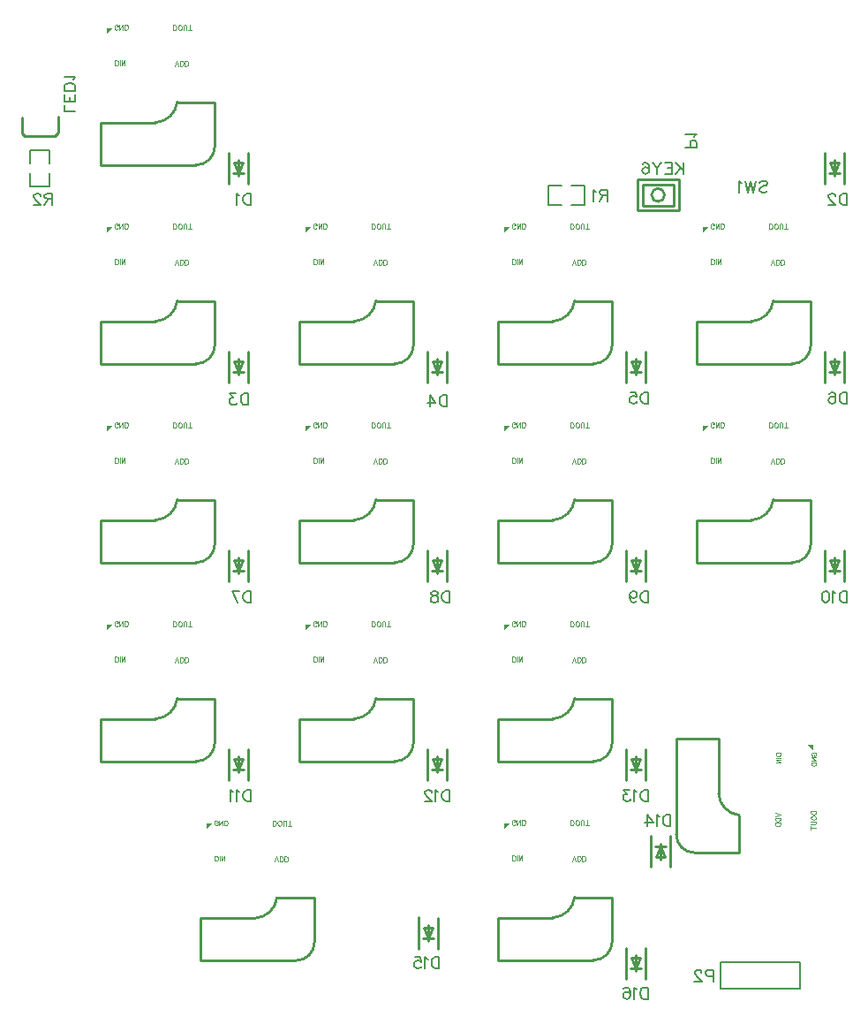
<source format=gbo>
G04 Layer: BottomSilkscreenLayer*
G04 EasyEDA v6.5.48, 2025-01-23 00:24:19*
G04 679677d7e51945128001c62092012e12,98668e1c1e3843b3a942620e40044077,10*
G04 Gerber Generator version 0.2*
G04 Scale: 100 percent, Rotated: No, Reflected: No *
G04 Dimensions in inches *
G04 leading zeros omitted , absolute positions ,3 integer and 6 decimal *
%FSLAX36Y36*%
%MOIN*%

%ADD10C,0.0060*%
%ADD11C,0.0020*%
%ADD12C,0.0098*%
%ADD13C,0.0100*%
%ADD14C,0.0079*%
%ADD15C,0.0139*%

%LPD*%
D10*
X2569499Y3302190D02*
G01*
X2569499Y3259236D01*
X2540864Y3302190D02*
G01*
X2569499Y3273555D01*
X2559273Y3283782D02*
G01*
X2540864Y3259236D01*
X2527363Y3302190D02*
G01*
X2527363Y3259236D01*
X2527363Y3302190D02*
G01*
X2500772Y3302190D01*
X2527363Y3281736D02*
G01*
X2511000Y3281736D01*
X2527363Y3259236D02*
G01*
X2500772Y3259236D01*
X2487272Y3302190D02*
G01*
X2470909Y3281736D01*
X2470909Y3259236D01*
X2454544Y3302190D02*
G01*
X2470909Y3281736D01*
X2416499Y3296055D02*
G01*
X2418545Y3300145D01*
X2424682Y3302190D01*
X2428773Y3302190D01*
X2434908Y3300145D01*
X2438999Y3294009D01*
X2441045Y3283782D01*
X2441045Y3273555D01*
X2438999Y3265372D01*
X2434908Y3261282D01*
X2428773Y3259236D01*
X2426727Y3259236D01*
X2420591Y3261282D01*
X2416499Y3265372D01*
X2414454Y3271509D01*
X2414454Y3273555D01*
X2416499Y3279690D01*
X2420591Y3283782D01*
X2426727Y3285826D01*
X2428773Y3285826D01*
X2434908Y3283782D01*
X2438999Y3279690D01*
X2441045Y3273555D01*
X2283062Y3199919D02*
G01*
X2283062Y3156965D01*
X2283062Y3199919D02*
G01*
X2264652Y3199919D01*
X2258517Y3197874D01*
X2256471Y3195828D01*
X2254426Y3191736D01*
X2254426Y3187645D01*
X2256471Y3183555D01*
X2258517Y3181509D01*
X2264652Y3179465D01*
X2283062Y3179465D01*
X2268743Y3179465D02*
G01*
X2254426Y3156965D01*
X2240925Y3191736D02*
G01*
X2236835Y3193782D01*
X2230698Y3199919D01*
X2230698Y3156965D01*
X187500Y3186098D02*
G01*
X187500Y3143144D01*
X187500Y3186098D02*
G01*
X169090Y3186098D01*
X162955Y3184054D01*
X160909Y3182008D01*
X158863Y3177917D01*
X158863Y3173825D01*
X160909Y3169735D01*
X162955Y3167689D01*
X169090Y3165644D01*
X187500Y3165644D01*
X173182Y3165644D02*
G01*
X158863Y3143144D01*
X143317Y3175871D02*
G01*
X143317Y3177917D01*
X141273Y3182008D01*
X139227Y3184054D01*
X135136Y3186098D01*
X126954Y3186098D01*
X122863Y3184054D01*
X120817Y3182008D01*
X118773Y3177917D01*
X118773Y3173825D01*
X120817Y3169735D01*
X124908Y3163598D01*
X145363Y3143144D01*
X116727Y3143144D01*
X937520Y3186091D02*
G01*
X937520Y3143191D01*
X937520Y3186091D02*
G01*
X923220Y3186091D01*
X917020Y3184092D01*
X913019Y3179992D01*
X910919Y3175891D01*
X908919Y3169692D01*
X908919Y3159492D01*
X910919Y3153391D01*
X913019Y3149292D01*
X917020Y3145192D01*
X923220Y3143191D01*
X937520Y3143191D01*
X895420Y3177892D02*
G01*
X891319Y3179992D01*
X885119Y3186091D01*
X885119Y3143191D01*
X3187568Y3186091D02*
G01*
X3187568Y3143191D01*
X3187568Y3186091D02*
G01*
X3173267Y3186091D01*
X3167067Y3184092D01*
X3163068Y3179992D01*
X3160968Y3175891D01*
X3158968Y3169692D01*
X3158968Y3159492D01*
X3160968Y3153391D01*
X3163068Y3149292D01*
X3167067Y3145192D01*
X3173267Y3143191D01*
X3187568Y3143191D01*
X3143368Y3175891D02*
G01*
X3143368Y3177892D01*
X3141368Y3181992D01*
X3139268Y3184092D01*
X3135168Y3186091D01*
X3127067Y3186091D01*
X3122968Y3184092D01*
X3120868Y3181992D01*
X3118868Y3177892D01*
X3118868Y3173791D01*
X3120868Y3169692D01*
X3124967Y3163591D01*
X3145468Y3143191D01*
X3116768Y3143191D01*
X927614Y2431424D02*
G01*
X927614Y2388524D01*
X927614Y2431424D02*
G01*
X913314Y2431424D01*
X907114Y2429423D01*
X903113Y2425324D01*
X901013Y2421224D01*
X899013Y2415023D01*
X899013Y2404823D01*
X901013Y2398724D01*
X903113Y2394623D01*
X907114Y2390524D01*
X913314Y2388524D01*
X927614Y2388524D01*
X881414Y2431424D02*
G01*
X858914Y2431424D01*
X871113Y2415023D01*
X865014Y2415023D01*
X860914Y2413024D01*
X858914Y2411024D01*
X856814Y2404823D01*
X856814Y2400724D01*
X858914Y2394623D01*
X863014Y2390524D01*
X869113Y2388524D01*
X875213Y2388524D01*
X881414Y2390524D01*
X883414Y2392523D01*
X885514Y2396624D01*
X1677676Y2425518D02*
G01*
X1677676Y2382618D01*
X1677676Y2425518D02*
G01*
X1663375Y2425518D01*
X1657175Y2423517D01*
X1653176Y2419418D01*
X1651076Y2415318D01*
X1649075Y2409117D01*
X1649075Y2398917D01*
X1651076Y2392818D01*
X1653176Y2388717D01*
X1657175Y2384618D01*
X1663375Y2382618D01*
X1677676Y2382618D01*
X1615075Y2425518D02*
G01*
X1635576Y2396918D01*
X1604876Y2396918D01*
X1615075Y2425518D02*
G01*
X1615075Y2382618D01*
X2437551Y2436075D02*
G01*
X2437551Y2393175D01*
X2437551Y2436075D02*
G01*
X2423252Y2436075D01*
X2417052Y2434076D01*
X2413051Y2429976D01*
X2410951Y2425875D01*
X2408951Y2419675D01*
X2408951Y2409475D01*
X2410951Y2403375D01*
X2413051Y2399276D01*
X2417052Y2395176D01*
X2423252Y2393175D01*
X2437551Y2393175D01*
X2370852Y2436075D02*
G01*
X2391351Y2436075D01*
X2393352Y2417676D01*
X2391351Y2419675D01*
X2385151Y2421776D01*
X2379052Y2421776D01*
X2372951Y2419675D01*
X2368851Y2415675D01*
X2366751Y2409475D01*
X2366751Y2405376D01*
X2368851Y2399276D01*
X2372951Y2395176D01*
X2379052Y2393175D01*
X2385151Y2393175D01*
X2391351Y2395176D01*
X2393352Y2397175D01*
X2395451Y2401275D01*
X3187568Y2436075D02*
G01*
X3187568Y2393175D01*
X3187568Y2436075D02*
G01*
X3173267Y2436075D01*
X3167067Y2434076D01*
X3163068Y2429976D01*
X3160968Y2425875D01*
X3158968Y2419675D01*
X3158968Y2409475D01*
X3160968Y2403375D01*
X3163068Y2399276D01*
X3167067Y2395176D01*
X3173267Y2393175D01*
X3187568Y2393175D01*
X3120868Y2429976D02*
G01*
X3122968Y2434076D01*
X3129067Y2436075D01*
X3133167Y2436075D01*
X3139268Y2434076D01*
X3143368Y2427876D01*
X3145468Y2417676D01*
X3145468Y2407476D01*
X3143368Y2399276D01*
X3139268Y2395176D01*
X3133167Y2393175D01*
X3131067Y2393175D01*
X3124967Y2395176D01*
X3120868Y2399276D01*
X3118868Y2405376D01*
X3118868Y2407476D01*
X3120868Y2413575D01*
X3124967Y2417676D01*
X3131067Y2419675D01*
X3133167Y2419675D01*
X3139268Y2417676D01*
X3143368Y2413575D01*
X3145468Y2407476D01*
X937520Y1686060D02*
G01*
X937520Y1643159D01*
X937520Y1686060D02*
G01*
X923220Y1686060D01*
X917020Y1684059D01*
X913019Y1679960D01*
X910919Y1675859D01*
X908919Y1669659D01*
X908919Y1659459D01*
X910919Y1653359D01*
X913019Y1649259D01*
X917020Y1645160D01*
X923220Y1643159D01*
X937520Y1643159D01*
X866719Y1686060D02*
G01*
X887219Y1643159D01*
X895420Y1686060D02*
G01*
X866719Y1686060D01*
X1687536Y1686060D02*
G01*
X1687536Y1643159D01*
X1687536Y1686060D02*
G01*
X1673235Y1686060D01*
X1667035Y1684059D01*
X1663036Y1679960D01*
X1660936Y1675859D01*
X1658936Y1669659D01*
X1658936Y1659459D01*
X1660936Y1653359D01*
X1663036Y1649259D01*
X1667035Y1645160D01*
X1673235Y1643159D01*
X1687536Y1643159D01*
X1635136Y1686060D02*
G01*
X1641336Y1684059D01*
X1643335Y1679960D01*
X1643335Y1675859D01*
X1641336Y1671759D01*
X1637236Y1669659D01*
X1629035Y1667660D01*
X1622935Y1665659D01*
X1618836Y1661559D01*
X1616736Y1657460D01*
X1616736Y1651260D01*
X1618836Y1647159D01*
X1620835Y1645160D01*
X1627035Y1643159D01*
X1635136Y1643159D01*
X1641336Y1645160D01*
X1643335Y1647159D01*
X1645435Y1651260D01*
X1645435Y1657460D01*
X1643335Y1661559D01*
X1639236Y1665659D01*
X1633136Y1667660D01*
X1624935Y1669659D01*
X1620835Y1671759D01*
X1618836Y1675859D01*
X1618836Y1679960D01*
X1620835Y1684059D01*
X1627035Y1686060D01*
X1635136Y1686060D01*
X2437551Y1686060D02*
G01*
X2437551Y1643159D01*
X2437551Y1686060D02*
G01*
X2423252Y1686060D01*
X2417052Y1684059D01*
X2413051Y1679960D01*
X2410951Y1675859D01*
X2408951Y1669659D01*
X2408951Y1659459D01*
X2410951Y1653359D01*
X2413051Y1649259D01*
X2417052Y1645160D01*
X2423252Y1643159D01*
X2437551Y1643159D01*
X2368851Y1671759D02*
G01*
X2370852Y1665659D01*
X2374952Y1661559D01*
X2381051Y1659459D01*
X2383152Y1659459D01*
X2389251Y1661559D01*
X2393352Y1665659D01*
X2395451Y1671759D01*
X2395451Y1673760D01*
X2393352Y1679960D01*
X2389251Y1684059D01*
X2383152Y1686060D01*
X2381051Y1686060D01*
X2374952Y1684059D01*
X2370852Y1679960D01*
X2368851Y1671759D01*
X2368851Y1661559D01*
X2370852Y1651260D01*
X2374952Y1645160D01*
X2381051Y1643159D01*
X2385151Y1643159D01*
X2391351Y1645160D01*
X2393352Y1649259D01*
X3187568Y1686060D02*
G01*
X3187568Y1643159D01*
X3187568Y1686060D02*
G01*
X3173267Y1686060D01*
X3167067Y1684059D01*
X3163068Y1679960D01*
X3160968Y1675859D01*
X3158968Y1669659D01*
X3158968Y1659459D01*
X3160968Y1653359D01*
X3163068Y1649259D01*
X3167067Y1645160D01*
X3173267Y1643159D01*
X3187568Y1643159D01*
X3145468Y1677860D02*
G01*
X3141368Y1679960D01*
X3135168Y1686060D01*
X3135168Y1643159D01*
X3109467Y1686060D02*
G01*
X3115568Y1684059D01*
X3119668Y1677860D01*
X3121667Y1667660D01*
X3121667Y1661559D01*
X3119668Y1651260D01*
X3115568Y1645160D01*
X3109467Y1643159D01*
X3105367Y1643159D01*
X3099167Y1645160D01*
X3095068Y1651260D01*
X3093068Y1661559D01*
X3093068Y1667660D01*
X3095068Y1677860D01*
X3099167Y1684059D01*
X3105367Y1686060D01*
X3109467Y1686060D01*
X937520Y936044D02*
G01*
X937520Y893144D01*
X937520Y936044D02*
G01*
X923220Y936044D01*
X917020Y934043D01*
X913019Y929944D01*
X910919Y925844D01*
X908919Y919643D01*
X908919Y909443D01*
X910919Y903344D01*
X913019Y899243D01*
X917020Y895144D01*
X923220Y893144D01*
X937520Y893144D01*
X895420Y927844D02*
G01*
X891319Y929944D01*
X885119Y936044D01*
X885119Y893144D01*
X871620Y927844D02*
G01*
X867520Y929944D01*
X861419Y936044D01*
X861419Y893144D01*
X1687536Y936044D02*
G01*
X1687536Y893144D01*
X1687536Y936044D02*
G01*
X1673235Y936044D01*
X1667035Y934043D01*
X1663036Y929944D01*
X1660936Y925844D01*
X1658936Y919643D01*
X1658936Y909443D01*
X1660936Y903344D01*
X1663036Y899243D01*
X1667035Y895144D01*
X1673235Y893144D01*
X1687536Y893144D01*
X1645435Y927844D02*
G01*
X1641336Y929944D01*
X1635136Y936044D01*
X1635136Y893144D01*
X1619636Y925844D02*
G01*
X1619636Y927844D01*
X1617536Y931943D01*
X1615536Y934043D01*
X1611436Y936044D01*
X1603235Y936044D01*
X1599135Y934043D01*
X1597136Y931943D01*
X1595036Y927844D01*
X1595036Y923744D01*
X1597136Y919643D01*
X1601235Y913544D01*
X1621635Y893144D01*
X1593036Y893144D01*
X2437551Y936044D02*
G01*
X2437551Y893144D01*
X2437551Y936044D02*
G01*
X2423252Y936044D01*
X2417052Y934043D01*
X2413051Y929944D01*
X2410951Y925844D01*
X2408951Y919643D01*
X2408951Y909443D01*
X2410951Y903344D01*
X2413051Y899243D01*
X2417052Y895144D01*
X2423252Y893144D01*
X2437551Y893144D01*
X2395451Y927844D02*
G01*
X2391351Y929944D01*
X2385151Y936044D01*
X2385151Y893144D01*
X2367551Y936044D02*
G01*
X2345051Y936044D01*
X2357352Y919643D01*
X2351252Y919643D01*
X2347151Y917644D01*
X2345051Y915644D01*
X2343051Y909443D01*
X2343051Y905344D01*
X2345051Y899243D01*
X2349152Y895144D01*
X2355352Y893144D01*
X2361451Y893144D01*
X2367551Y895144D01*
X2369651Y897143D01*
X2371652Y901244D01*
X2521862Y842710D02*
G01*
X2521862Y799810D01*
X2521862Y842710D02*
G01*
X2507561Y842710D01*
X2501361Y840709D01*
X2497362Y836610D01*
X2495262Y832510D01*
X2493262Y826309D01*
X2493262Y816109D01*
X2495262Y810010D01*
X2497362Y805909D01*
X2501361Y801810D01*
X2507561Y799810D01*
X2521862Y799810D01*
X2479762Y834510D02*
G01*
X2475662Y836610D01*
X2469462Y842710D01*
X2469462Y799810D01*
X2435562Y842710D02*
G01*
X2455961Y814110D01*
X2425361Y814110D01*
X2435562Y842710D02*
G01*
X2435562Y799810D01*
X1647773Y305264D02*
G01*
X1647773Y262363D01*
X1647773Y305264D02*
G01*
X1633473Y305264D01*
X1627273Y303263D01*
X1623274Y299164D01*
X1621174Y295064D01*
X1619174Y288863D01*
X1619174Y278663D01*
X1621174Y272564D01*
X1623274Y268463D01*
X1627273Y264364D01*
X1633473Y262363D01*
X1647773Y262363D01*
X1605673Y297064D02*
G01*
X1601574Y299164D01*
X1595374Y305264D01*
X1595374Y262363D01*
X1557373Y305264D02*
G01*
X1577773Y305264D01*
X1579873Y286864D01*
X1577773Y288863D01*
X1571674Y290963D01*
X1565573Y290963D01*
X1559373Y288863D01*
X1555273Y284863D01*
X1553274Y278663D01*
X1553274Y274564D01*
X1555273Y268463D01*
X1559373Y264364D01*
X1565573Y262363D01*
X1571674Y262363D01*
X1577773Y264364D01*
X1579873Y266363D01*
X1581873Y270464D01*
X2436000Y190399D02*
G01*
X2436000Y147500D01*
X2436000Y190399D02*
G01*
X2421700Y190399D01*
X2415500Y188400D01*
X2411499Y184299D01*
X2409399Y180199D01*
X2407399Y174000D01*
X2407399Y163800D01*
X2409399Y157699D01*
X2411499Y153600D01*
X2415500Y149499D01*
X2421700Y147500D01*
X2436000Y147500D01*
X2393900Y182199D02*
G01*
X2389799Y184299D01*
X2383599Y190399D01*
X2383599Y147500D01*
X2345600Y184299D02*
G01*
X2347600Y188400D01*
X2353800Y190399D01*
X2357899Y190399D01*
X2363999Y188400D01*
X2368100Y182199D01*
X2370100Y171999D01*
X2370100Y161799D01*
X2368100Y153600D01*
X2363999Y149499D01*
X2357899Y147500D01*
X2355799Y147500D01*
X2349700Y149499D01*
X2345600Y153600D01*
X2343500Y159699D01*
X2343500Y161799D01*
X2345600Y167899D01*
X2349700Y171999D01*
X2355799Y174000D01*
X2357899Y174000D01*
X2363999Y171999D01*
X2368100Y167899D01*
X2370100Y161799D01*
X2683000Y256399D02*
G01*
X2683000Y213499D01*
X2683000Y256399D02*
G01*
X2664600Y256399D01*
X2658500Y254400D01*
X2656400Y252300D01*
X2654399Y248200D01*
X2654399Y242100D01*
X2656400Y238000D01*
X2658500Y235999D01*
X2664600Y233899D01*
X2683000Y233899D01*
X2638800Y246199D02*
G01*
X2638800Y248200D01*
X2636800Y252300D01*
X2634700Y254400D01*
X2630600Y256399D01*
X2622500Y256399D01*
X2618400Y254400D01*
X2616300Y252300D01*
X2614300Y248200D01*
X2614300Y244099D01*
X2616300Y240000D01*
X2620399Y233899D01*
X2640900Y213499D01*
X2612200Y213499D01*
D11*
X436352Y2307689D02*
G01*
X435457Y2305900D01*
X433667Y2304110D01*
X431878Y2303216D01*
X428299Y2303216D01*
X426509Y2304110D01*
X424720Y2305900D01*
X423825Y2307689D01*
X422930Y2310374D01*
X422930Y2314848D01*
X423825Y2317532D01*
X424720Y2319322D01*
X426509Y2321111D01*
X428299Y2322006D01*
X431878Y2322006D01*
X433667Y2321111D01*
X435457Y2319322D01*
X436352Y2317532D01*
X436352Y2314848D01*
X431878Y2314848D02*
G01*
X436352Y2314848D01*
X442256Y2303216D02*
G01*
X442256Y2322006D01*
X442256Y2303216D02*
G01*
X454783Y2322006D01*
X454783Y2303216D02*
G01*
X454783Y2322006D01*
X460689Y2303216D02*
G01*
X460689Y2322006D01*
X460689Y2303216D02*
G01*
X466953Y2303216D01*
X469637Y2304110D01*
X471427Y2305900D01*
X472321Y2307689D01*
X473216Y2310374D01*
X473216Y2314848D01*
X472321Y2317532D01*
X471427Y2319322D01*
X469637Y2321111D01*
X466953Y2322006D01*
X460689Y2322006D01*
X649926Y2167217D02*
G01*
X657084Y2186006D01*
X664242Y2167217D02*
G01*
X657084Y2186006D01*
X670149Y2167217D02*
G01*
X670149Y2186006D01*
X670149Y2167217D02*
G01*
X676412Y2167217D01*
X679097Y2168112D01*
X680886Y2169901D01*
X681781Y2171691D01*
X682676Y2174375D01*
X682676Y2178849D01*
X681781Y2181532D01*
X680886Y2183323D01*
X679097Y2185111D01*
X676412Y2186006D01*
X670149Y2186006D01*
X688581Y2167217D02*
G01*
X688581Y2186006D01*
X688581Y2167217D02*
G01*
X694844Y2167217D01*
X697529Y2168112D01*
X699318Y2169901D01*
X700213Y2171691D01*
X701108Y2174375D01*
X701108Y2178849D01*
X700213Y2181532D01*
X699318Y2183323D01*
X697529Y2185111D01*
X694844Y2186006D01*
X688581Y2186006D01*
X643927Y2302217D02*
G01*
X643927Y2321006D01*
X643927Y2302217D02*
G01*
X650190Y2302217D01*
X652875Y2303112D01*
X654664Y2304901D01*
X655559Y2306691D01*
X656454Y2309375D01*
X656454Y2313849D01*
X655559Y2316532D01*
X654664Y2318323D01*
X652875Y2320111D01*
X650190Y2321006D01*
X643927Y2321006D01*
X667727Y2302217D02*
G01*
X665937Y2303112D01*
X664148Y2304901D01*
X663253Y2306691D01*
X662358Y2309375D01*
X662358Y2313849D01*
X663253Y2316532D01*
X664148Y2318323D01*
X665937Y2320111D01*
X667727Y2321006D01*
X671306Y2321006D01*
X673096Y2320111D01*
X674885Y2318323D01*
X675780Y2316532D01*
X676675Y2313849D01*
X676675Y2309375D01*
X675780Y2306691D01*
X674885Y2304901D01*
X673096Y2303112D01*
X671306Y2302217D01*
X667727Y2302217D01*
X682581Y2302217D02*
G01*
X682581Y2315639D01*
X683476Y2318323D01*
X685266Y2320111D01*
X687950Y2321006D01*
X689738Y2321006D01*
X692424Y2320111D01*
X694212Y2318323D01*
X695108Y2315639D01*
X695108Y2302217D01*
X707277Y2302217D02*
G01*
X707277Y2321006D01*
X701013Y2302217D02*
G01*
X713540Y2302217D01*
X424926Y2169216D02*
G01*
X424926Y2188006D01*
X424926Y2169216D02*
G01*
X431190Y2169216D01*
X433874Y2170111D01*
X435664Y2171900D01*
X436559Y2173690D01*
X437453Y2176374D01*
X437453Y2180848D01*
X436559Y2183533D01*
X435664Y2185322D01*
X433874Y2187112D01*
X431190Y2188006D01*
X424926Y2188006D01*
X443359Y2169216D02*
G01*
X443359Y2188006D01*
X449264Y2169216D02*
G01*
X449264Y2188006D01*
X449264Y2169216D02*
G01*
X461791Y2188006D01*
X461791Y2169216D02*
G01*
X461791Y2188006D01*
X1186351Y2307689D02*
G01*
X1185456Y2305900D01*
X1183666Y2304110D01*
X1181877Y2303216D01*
X1178298Y2303216D01*
X1176508Y2304110D01*
X1174719Y2305900D01*
X1173824Y2307689D01*
X1172929Y2310374D01*
X1172929Y2314848D01*
X1173824Y2317532D01*
X1174719Y2319322D01*
X1176508Y2321111D01*
X1178298Y2322006D01*
X1181877Y2322006D01*
X1183666Y2321111D01*
X1185456Y2319322D01*
X1186351Y2317532D01*
X1186351Y2314848D01*
X1181877Y2314848D02*
G01*
X1186351Y2314848D01*
X1192256Y2303216D02*
G01*
X1192256Y2322006D01*
X1192256Y2303216D02*
G01*
X1204783Y2322006D01*
X1204783Y2303216D02*
G01*
X1204783Y2322006D01*
X1210689Y2303216D02*
G01*
X1210689Y2322006D01*
X1210689Y2303216D02*
G01*
X1216953Y2303216D01*
X1219637Y2304110D01*
X1221427Y2305900D01*
X1222321Y2307689D01*
X1223216Y2310374D01*
X1223216Y2314848D01*
X1222321Y2317532D01*
X1221427Y2319322D01*
X1219637Y2321111D01*
X1216953Y2322006D01*
X1210689Y2322006D01*
X1399926Y2167217D02*
G01*
X1407084Y2186006D01*
X1414242Y2167217D02*
G01*
X1407084Y2186006D01*
X1420149Y2167217D02*
G01*
X1420149Y2186006D01*
X1420149Y2167217D02*
G01*
X1426412Y2167217D01*
X1429097Y2168112D01*
X1430886Y2169901D01*
X1431781Y2171691D01*
X1432676Y2174375D01*
X1432676Y2178849D01*
X1431781Y2181532D01*
X1430886Y2183323D01*
X1429097Y2185111D01*
X1426412Y2186006D01*
X1420149Y2186006D01*
X1438581Y2167217D02*
G01*
X1438581Y2186006D01*
X1438581Y2167217D02*
G01*
X1444844Y2167217D01*
X1447529Y2168112D01*
X1449318Y2169901D01*
X1450213Y2171691D01*
X1451108Y2174375D01*
X1451108Y2178849D01*
X1450213Y2181532D01*
X1449318Y2183323D01*
X1447529Y2185111D01*
X1444844Y2186006D01*
X1438581Y2186006D01*
X1393927Y2302217D02*
G01*
X1393927Y2321006D01*
X1393927Y2302217D02*
G01*
X1400190Y2302217D01*
X1402875Y2303112D01*
X1404664Y2304901D01*
X1405559Y2306691D01*
X1406454Y2309375D01*
X1406454Y2313849D01*
X1405559Y2316532D01*
X1404664Y2318323D01*
X1402875Y2320111D01*
X1400190Y2321006D01*
X1393927Y2321006D01*
X1417727Y2302217D02*
G01*
X1415937Y2303112D01*
X1414148Y2304901D01*
X1413253Y2306691D01*
X1412358Y2309375D01*
X1412358Y2313849D01*
X1413253Y2316532D01*
X1414148Y2318323D01*
X1415937Y2320111D01*
X1417727Y2321006D01*
X1421306Y2321006D01*
X1423096Y2320111D01*
X1424885Y2318323D01*
X1425780Y2316532D01*
X1426675Y2313849D01*
X1426675Y2309375D01*
X1425780Y2306691D01*
X1424885Y2304901D01*
X1423096Y2303112D01*
X1421306Y2302217D01*
X1417727Y2302217D01*
X1432581Y2302217D02*
G01*
X1432581Y2315639D01*
X1433476Y2318323D01*
X1435266Y2320111D01*
X1437950Y2321006D01*
X1439738Y2321006D01*
X1442424Y2320111D01*
X1444212Y2318323D01*
X1445108Y2315639D01*
X1445108Y2302217D01*
X1457277Y2302217D02*
G01*
X1457277Y2321006D01*
X1451013Y2302217D02*
G01*
X1463540Y2302217D01*
X1174926Y2169216D02*
G01*
X1174926Y2188006D01*
X1174926Y2169216D02*
G01*
X1181189Y2169216D01*
X1183874Y2170111D01*
X1185663Y2171900D01*
X1186558Y2173690D01*
X1187453Y2176374D01*
X1187453Y2180848D01*
X1186558Y2183533D01*
X1185663Y2185322D01*
X1183874Y2187112D01*
X1181189Y2188006D01*
X1174926Y2188006D01*
X1193359Y2169216D02*
G01*
X1193359Y2188006D01*
X1199264Y2169216D02*
G01*
X1199264Y2188006D01*
X1199264Y2169216D02*
G01*
X1211791Y2188006D01*
X1211791Y2169216D02*
G01*
X1211791Y2188006D01*
X1936351Y2307689D02*
G01*
X1935456Y2305900D01*
X1933666Y2304110D01*
X1931877Y2303216D01*
X1928298Y2303216D01*
X1926508Y2304110D01*
X1924719Y2305900D01*
X1923824Y2307689D01*
X1922929Y2310374D01*
X1922929Y2314848D01*
X1923824Y2317532D01*
X1924719Y2319322D01*
X1926508Y2321111D01*
X1928298Y2322006D01*
X1931877Y2322006D01*
X1933666Y2321111D01*
X1935456Y2319322D01*
X1936351Y2317532D01*
X1936351Y2314848D01*
X1931877Y2314848D02*
G01*
X1936351Y2314848D01*
X1942256Y2303216D02*
G01*
X1942256Y2322006D01*
X1942256Y2303216D02*
G01*
X1954783Y2322006D01*
X1954783Y2303216D02*
G01*
X1954783Y2322006D01*
X1960689Y2303216D02*
G01*
X1960689Y2322006D01*
X1960689Y2303216D02*
G01*
X1966953Y2303216D01*
X1969637Y2304110D01*
X1971427Y2305900D01*
X1972321Y2307689D01*
X1973216Y2310374D01*
X1973216Y2314848D01*
X1972321Y2317532D01*
X1971427Y2319322D01*
X1969637Y2321111D01*
X1966953Y2322006D01*
X1960689Y2322006D01*
X2149926Y2167217D02*
G01*
X2157084Y2186006D01*
X2164242Y2167217D02*
G01*
X2157084Y2186006D01*
X2170149Y2167217D02*
G01*
X2170149Y2186006D01*
X2170149Y2167217D02*
G01*
X2176412Y2167217D01*
X2179097Y2168112D01*
X2180886Y2169901D01*
X2181781Y2171691D01*
X2182676Y2174375D01*
X2182676Y2178849D01*
X2181781Y2181532D01*
X2180886Y2183323D01*
X2179097Y2185111D01*
X2176412Y2186006D01*
X2170149Y2186006D01*
X2188581Y2167217D02*
G01*
X2188581Y2186006D01*
X2188581Y2167217D02*
G01*
X2194844Y2167217D01*
X2197529Y2168112D01*
X2199318Y2169901D01*
X2200213Y2171691D01*
X2201108Y2174375D01*
X2201108Y2178849D01*
X2200213Y2181532D01*
X2199318Y2183323D01*
X2197529Y2185111D01*
X2194844Y2186006D01*
X2188581Y2186006D01*
X2143927Y2302217D02*
G01*
X2143927Y2321006D01*
X2143927Y2302217D02*
G01*
X2150190Y2302217D01*
X2152875Y2303112D01*
X2154664Y2304901D01*
X2155559Y2306691D01*
X2156454Y2309375D01*
X2156454Y2313849D01*
X2155559Y2316532D01*
X2154664Y2318323D01*
X2152875Y2320111D01*
X2150190Y2321006D01*
X2143927Y2321006D01*
X2167727Y2302217D02*
G01*
X2165937Y2303112D01*
X2164148Y2304901D01*
X2163253Y2306691D01*
X2162358Y2309375D01*
X2162358Y2313849D01*
X2163253Y2316532D01*
X2164148Y2318323D01*
X2165937Y2320111D01*
X2167727Y2321006D01*
X2171306Y2321006D01*
X2173096Y2320111D01*
X2174885Y2318323D01*
X2175780Y2316532D01*
X2176675Y2313849D01*
X2176675Y2309375D01*
X2175780Y2306691D01*
X2174885Y2304901D01*
X2173096Y2303112D01*
X2171306Y2302217D01*
X2167727Y2302217D01*
X2182581Y2302217D02*
G01*
X2182581Y2315639D01*
X2183476Y2318323D01*
X2185266Y2320111D01*
X2187950Y2321006D01*
X2189738Y2321006D01*
X2192424Y2320111D01*
X2194212Y2318323D01*
X2195108Y2315639D01*
X2195108Y2302217D01*
X2207277Y2302217D02*
G01*
X2207277Y2321006D01*
X2201013Y2302217D02*
G01*
X2213540Y2302217D01*
X1924926Y2169216D02*
G01*
X1924926Y2188006D01*
X1924926Y2169216D02*
G01*
X1931189Y2169216D01*
X1933874Y2170111D01*
X1935663Y2171900D01*
X1936558Y2173690D01*
X1937453Y2176374D01*
X1937453Y2180848D01*
X1936558Y2183533D01*
X1935663Y2185322D01*
X1933874Y2187112D01*
X1931189Y2188006D01*
X1924926Y2188006D01*
X1943359Y2169216D02*
G01*
X1943359Y2188006D01*
X1949264Y2169216D02*
G01*
X1949264Y2188006D01*
X1949264Y2169216D02*
G01*
X1961791Y2188006D01*
X1961791Y2169216D02*
G01*
X1961791Y2188006D01*
X2686451Y2307689D02*
G01*
X2685556Y2305900D01*
X2683766Y2304110D01*
X2681977Y2303216D01*
X2678398Y2303216D01*
X2676608Y2304110D01*
X2674819Y2305900D01*
X2673924Y2307689D01*
X2673029Y2310374D01*
X2673029Y2314848D01*
X2673924Y2317532D01*
X2674819Y2319322D01*
X2676608Y2321111D01*
X2678398Y2322006D01*
X2681977Y2322006D01*
X2683766Y2321111D01*
X2685556Y2319322D01*
X2686451Y2317532D01*
X2686451Y2314848D01*
X2681977Y2314848D02*
G01*
X2686451Y2314848D01*
X2692357Y2303216D02*
G01*
X2692357Y2322006D01*
X2692357Y2303216D02*
G01*
X2704884Y2322006D01*
X2704884Y2303216D02*
G01*
X2704884Y2322006D01*
X2710789Y2303216D02*
G01*
X2710789Y2322006D01*
X2710789Y2303216D02*
G01*
X2717052Y2303216D01*
X2719736Y2304110D01*
X2721526Y2305900D01*
X2722421Y2307689D01*
X2723316Y2310374D01*
X2723316Y2314848D01*
X2722421Y2317532D01*
X2721526Y2319322D01*
X2719736Y2321111D01*
X2717052Y2322006D01*
X2710789Y2322006D01*
X2900027Y2167217D02*
G01*
X2907184Y2186006D01*
X2914342Y2167217D02*
G01*
X2907184Y2186006D01*
X2920249Y2167217D02*
G01*
X2920249Y2186006D01*
X2920249Y2167217D02*
G01*
X2926512Y2167217D01*
X2929197Y2168112D01*
X2930986Y2169901D01*
X2931881Y2171691D01*
X2932776Y2174375D01*
X2932776Y2178849D01*
X2931881Y2181532D01*
X2930986Y2183323D01*
X2929197Y2185111D01*
X2926512Y2186006D01*
X2920249Y2186006D01*
X2938680Y2167217D02*
G01*
X2938680Y2186006D01*
X2938680Y2167217D02*
G01*
X2944944Y2167217D01*
X2947628Y2168112D01*
X2949417Y2169901D01*
X2950312Y2171691D01*
X2951207Y2174375D01*
X2951207Y2178849D01*
X2950312Y2181532D01*
X2949417Y2183323D01*
X2947628Y2185111D01*
X2944944Y2186006D01*
X2938680Y2186006D01*
X2894026Y2302217D02*
G01*
X2894026Y2321006D01*
X2894026Y2302217D02*
G01*
X2900290Y2302217D01*
X2902974Y2303112D01*
X2904763Y2304901D01*
X2905658Y2306691D01*
X2906553Y2309375D01*
X2906553Y2313849D01*
X2905658Y2316532D01*
X2904763Y2318323D01*
X2902974Y2320111D01*
X2900290Y2321006D01*
X2894026Y2321006D01*
X2917827Y2302217D02*
G01*
X2916037Y2303112D01*
X2914249Y2304901D01*
X2913353Y2306691D01*
X2912458Y2309375D01*
X2912458Y2313849D01*
X2913353Y2316532D01*
X2914249Y2318323D01*
X2916037Y2320111D01*
X2917827Y2321006D01*
X2921406Y2321006D01*
X2923197Y2320111D01*
X2924985Y2318323D01*
X2925880Y2316532D01*
X2926776Y2313849D01*
X2926776Y2309375D01*
X2925880Y2306691D01*
X2924985Y2304901D01*
X2923197Y2303112D01*
X2921406Y2302217D01*
X2917827Y2302217D01*
X2932681Y2302217D02*
G01*
X2932681Y2315639D01*
X2933576Y2318323D01*
X2935366Y2320111D01*
X2938050Y2321006D01*
X2939839Y2321006D01*
X2942524Y2320111D01*
X2944313Y2318323D01*
X2945208Y2315639D01*
X2945208Y2302217D01*
X2957376Y2302217D02*
G01*
X2957376Y2321006D01*
X2951113Y2302217D02*
G01*
X2963639Y2302217D01*
X2675027Y2169216D02*
G01*
X2675027Y2188006D01*
X2675027Y2169216D02*
G01*
X2681289Y2169216D01*
X2683975Y2170111D01*
X2685763Y2171900D01*
X2686658Y2173690D01*
X2687554Y2176374D01*
X2687554Y2180848D01*
X2686658Y2183533D01*
X2685763Y2185322D01*
X2683975Y2187112D01*
X2681289Y2188006D01*
X2675027Y2188006D01*
X2693459Y2169216D02*
G01*
X2693459Y2188006D01*
X2699364Y2169216D02*
G01*
X2699364Y2188006D01*
X2699364Y2169216D02*
G01*
X2711891Y2188006D01*
X2711891Y2169216D02*
G01*
X2711891Y2188006D01*
X436352Y1557689D02*
G01*
X435457Y1555900D01*
X433667Y1554110D01*
X431878Y1553216D01*
X428299Y1553216D01*
X426509Y1554110D01*
X424720Y1555900D01*
X423825Y1557689D01*
X422930Y1560374D01*
X422930Y1564848D01*
X423825Y1567532D01*
X424720Y1569322D01*
X426509Y1571111D01*
X428299Y1572006D01*
X431878Y1572006D01*
X433667Y1571111D01*
X435457Y1569322D01*
X436352Y1567532D01*
X436352Y1564848D01*
X431878Y1564848D02*
G01*
X436352Y1564848D01*
X442256Y1553216D02*
G01*
X442256Y1572006D01*
X442256Y1553216D02*
G01*
X454783Y1572006D01*
X454783Y1553216D02*
G01*
X454783Y1572006D01*
X460689Y1553216D02*
G01*
X460689Y1572006D01*
X460689Y1553216D02*
G01*
X466953Y1553216D01*
X469637Y1554110D01*
X471427Y1555900D01*
X472321Y1557689D01*
X473216Y1560374D01*
X473216Y1564848D01*
X472321Y1567532D01*
X471427Y1569322D01*
X469637Y1571111D01*
X466953Y1572006D01*
X460689Y1572006D01*
X649926Y1417217D02*
G01*
X657084Y1436006D01*
X664242Y1417217D02*
G01*
X657084Y1436006D01*
X670149Y1417217D02*
G01*
X670149Y1436006D01*
X670149Y1417217D02*
G01*
X676412Y1417217D01*
X679097Y1418112D01*
X680886Y1419900D01*
X681781Y1421691D01*
X682676Y1424375D01*
X682676Y1428849D01*
X681781Y1431532D01*
X680886Y1433323D01*
X679097Y1435111D01*
X676412Y1436006D01*
X670149Y1436006D01*
X688581Y1417217D02*
G01*
X688581Y1436006D01*
X688581Y1417217D02*
G01*
X694844Y1417217D01*
X697529Y1418112D01*
X699318Y1419900D01*
X700213Y1421691D01*
X701108Y1424375D01*
X701108Y1428849D01*
X700213Y1431532D01*
X699318Y1433323D01*
X697529Y1435111D01*
X694844Y1436006D01*
X688581Y1436006D01*
X643927Y1552217D02*
G01*
X643927Y1571006D01*
X643927Y1552217D02*
G01*
X650190Y1552217D01*
X652875Y1553112D01*
X654664Y1554900D01*
X655559Y1556691D01*
X656454Y1559375D01*
X656454Y1563849D01*
X655559Y1566532D01*
X654664Y1568323D01*
X652875Y1570111D01*
X650190Y1571006D01*
X643927Y1571006D01*
X667727Y1552217D02*
G01*
X665937Y1553112D01*
X664148Y1554900D01*
X663253Y1556691D01*
X662358Y1559375D01*
X662358Y1563849D01*
X663253Y1566532D01*
X664148Y1568323D01*
X665937Y1570111D01*
X667727Y1571006D01*
X671306Y1571006D01*
X673096Y1570111D01*
X674885Y1568323D01*
X675780Y1566532D01*
X676675Y1563849D01*
X676675Y1559375D01*
X675780Y1556691D01*
X674885Y1554900D01*
X673096Y1553112D01*
X671306Y1552217D01*
X667727Y1552217D01*
X682581Y1552217D02*
G01*
X682581Y1565639D01*
X683476Y1568323D01*
X685266Y1570111D01*
X687950Y1571006D01*
X689738Y1571006D01*
X692424Y1570111D01*
X694212Y1568323D01*
X695108Y1565639D01*
X695108Y1552217D01*
X707277Y1552217D02*
G01*
X707277Y1571006D01*
X701013Y1552217D02*
G01*
X713540Y1552217D01*
X424926Y1419216D02*
G01*
X424926Y1438006D01*
X424926Y1419216D02*
G01*
X431190Y1419216D01*
X433874Y1420111D01*
X435664Y1421900D01*
X436559Y1423690D01*
X437453Y1426374D01*
X437453Y1430848D01*
X436559Y1433533D01*
X435664Y1435322D01*
X433874Y1437112D01*
X431190Y1438006D01*
X424926Y1438006D01*
X443359Y1419216D02*
G01*
X443359Y1438006D01*
X449264Y1419216D02*
G01*
X449264Y1438006D01*
X449264Y1419216D02*
G01*
X461791Y1438006D01*
X461791Y1419216D02*
G01*
X461791Y1438006D01*
X1186351Y1557689D02*
G01*
X1185456Y1555900D01*
X1183666Y1554110D01*
X1181877Y1553216D01*
X1178298Y1553216D01*
X1176508Y1554110D01*
X1174719Y1555900D01*
X1173824Y1557689D01*
X1172929Y1560374D01*
X1172929Y1564848D01*
X1173824Y1567532D01*
X1174719Y1569322D01*
X1176508Y1571111D01*
X1178298Y1572006D01*
X1181877Y1572006D01*
X1183666Y1571111D01*
X1185456Y1569322D01*
X1186351Y1567532D01*
X1186351Y1564848D01*
X1181877Y1564848D02*
G01*
X1186351Y1564848D01*
X1192256Y1553216D02*
G01*
X1192256Y1572006D01*
X1192256Y1553216D02*
G01*
X1204783Y1572006D01*
X1204783Y1553216D02*
G01*
X1204783Y1572006D01*
X1210689Y1553216D02*
G01*
X1210689Y1572006D01*
X1210689Y1553216D02*
G01*
X1216953Y1553216D01*
X1219637Y1554110D01*
X1221427Y1555900D01*
X1222321Y1557689D01*
X1223216Y1560374D01*
X1223216Y1564848D01*
X1222321Y1567532D01*
X1221427Y1569322D01*
X1219637Y1571111D01*
X1216953Y1572006D01*
X1210689Y1572006D01*
X1399926Y1417217D02*
G01*
X1407084Y1436006D01*
X1414242Y1417217D02*
G01*
X1407084Y1436006D01*
X1420149Y1417217D02*
G01*
X1420149Y1436006D01*
X1420149Y1417217D02*
G01*
X1426412Y1417217D01*
X1429097Y1418112D01*
X1430886Y1419900D01*
X1431781Y1421691D01*
X1432676Y1424375D01*
X1432676Y1428849D01*
X1431781Y1431532D01*
X1430886Y1433323D01*
X1429097Y1435111D01*
X1426412Y1436006D01*
X1420149Y1436006D01*
X1438581Y1417217D02*
G01*
X1438581Y1436006D01*
X1438581Y1417217D02*
G01*
X1444844Y1417217D01*
X1447529Y1418112D01*
X1449318Y1419900D01*
X1450213Y1421691D01*
X1451108Y1424375D01*
X1451108Y1428849D01*
X1450213Y1431532D01*
X1449318Y1433323D01*
X1447529Y1435111D01*
X1444844Y1436006D01*
X1438581Y1436006D01*
X1393927Y1552217D02*
G01*
X1393927Y1571006D01*
X1393927Y1552217D02*
G01*
X1400190Y1552217D01*
X1402875Y1553112D01*
X1404664Y1554900D01*
X1405559Y1556691D01*
X1406454Y1559375D01*
X1406454Y1563849D01*
X1405559Y1566532D01*
X1404664Y1568323D01*
X1402875Y1570111D01*
X1400190Y1571006D01*
X1393927Y1571006D01*
X1417727Y1552217D02*
G01*
X1415937Y1553112D01*
X1414148Y1554900D01*
X1413253Y1556691D01*
X1412358Y1559375D01*
X1412358Y1563849D01*
X1413253Y1566532D01*
X1414148Y1568323D01*
X1415937Y1570111D01*
X1417727Y1571006D01*
X1421306Y1571006D01*
X1423096Y1570111D01*
X1424885Y1568323D01*
X1425780Y1566532D01*
X1426675Y1563849D01*
X1426675Y1559375D01*
X1425780Y1556691D01*
X1424885Y1554900D01*
X1423096Y1553112D01*
X1421306Y1552217D01*
X1417727Y1552217D01*
X1432581Y1552217D02*
G01*
X1432581Y1565639D01*
X1433476Y1568323D01*
X1435266Y1570111D01*
X1437950Y1571006D01*
X1439738Y1571006D01*
X1442424Y1570111D01*
X1444212Y1568323D01*
X1445108Y1565639D01*
X1445108Y1552217D01*
X1457277Y1552217D02*
G01*
X1457277Y1571006D01*
X1451013Y1552217D02*
G01*
X1463540Y1552217D01*
X1174926Y1419216D02*
G01*
X1174926Y1438006D01*
X1174926Y1419216D02*
G01*
X1181189Y1419216D01*
X1183874Y1420111D01*
X1185663Y1421900D01*
X1186558Y1423690D01*
X1187453Y1426374D01*
X1187453Y1430848D01*
X1186558Y1433533D01*
X1185663Y1435322D01*
X1183874Y1437112D01*
X1181189Y1438006D01*
X1174926Y1438006D01*
X1193359Y1419216D02*
G01*
X1193359Y1438006D01*
X1199264Y1419216D02*
G01*
X1199264Y1438006D01*
X1199264Y1419216D02*
G01*
X1211791Y1438006D01*
X1211791Y1419216D02*
G01*
X1211791Y1438006D01*
X1936351Y1557689D02*
G01*
X1935456Y1555900D01*
X1933666Y1554110D01*
X1931877Y1553216D01*
X1928298Y1553216D01*
X1926508Y1554110D01*
X1924719Y1555900D01*
X1923824Y1557689D01*
X1922929Y1560374D01*
X1922929Y1564848D01*
X1923824Y1567532D01*
X1924719Y1569322D01*
X1926508Y1571111D01*
X1928298Y1572006D01*
X1931877Y1572006D01*
X1933666Y1571111D01*
X1935456Y1569322D01*
X1936351Y1567532D01*
X1936351Y1564848D01*
X1931877Y1564848D02*
G01*
X1936351Y1564848D01*
X1942256Y1553216D02*
G01*
X1942256Y1572006D01*
X1942256Y1553216D02*
G01*
X1954783Y1572006D01*
X1954783Y1553216D02*
G01*
X1954783Y1572006D01*
X1960689Y1553216D02*
G01*
X1960689Y1572006D01*
X1960689Y1553216D02*
G01*
X1966953Y1553216D01*
X1969637Y1554110D01*
X1971427Y1555900D01*
X1972321Y1557689D01*
X1973216Y1560374D01*
X1973216Y1564848D01*
X1972321Y1567532D01*
X1971427Y1569322D01*
X1969637Y1571111D01*
X1966953Y1572006D01*
X1960689Y1572006D01*
X2149926Y1417217D02*
G01*
X2157084Y1436006D01*
X2164242Y1417217D02*
G01*
X2157084Y1436006D01*
X2170149Y1417217D02*
G01*
X2170149Y1436006D01*
X2170149Y1417217D02*
G01*
X2176412Y1417217D01*
X2179097Y1418112D01*
X2180886Y1419900D01*
X2181781Y1421691D01*
X2182676Y1424375D01*
X2182676Y1428849D01*
X2181781Y1431532D01*
X2180886Y1433323D01*
X2179097Y1435111D01*
X2176412Y1436006D01*
X2170149Y1436006D01*
X2188581Y1417217D02*
G01*
X2188581Y1436006D01*
X2188581Y1417217D02*
G01*
X2194844Y1417217D01*
X2197529Y1418112D01*
X2199318Y1419900D01*
X2200213Y1421691D01*
X2201108Y1424375D01*
X2201108Y1428849D01*
X2200213Y1431532D01*
X2199318Y1433323D01*
X2197529Y1435111D01*
X2194844Y1436006D01*
X2188581Y1436006D01*
X2143927Y1552217D02*
G01*
X2143927Y1571006D01*
X2143927Y1552217D02*
G01*
X2150190Y1552217D01*
X2152875Y1553112D01*
X2154664Y1554900D01*
X2155559Y1556691D01*
X2156454Y1559375D01*
X2156454Y1563849D01*
X2155559Y1566532D01*
X2154664Y1568323D01*
X2152875Y1570111D01*
X2150190Y1571006D01*
X2143927Y1571006D01*
X2167727Y1552217D02*
G01*
X2165937Y1553112D01*
X2164148Y1554900D01*
X2163253Y1556691D01*
X2162358Y1559375D01*
X2162358Y1563849D01*
X2163253Y1566532D01*
X2164148Y1568323D01*
X2165937Y1570111D01*
X2167727Y1571006D01*
X2171306Y1571006D01*
X2173096Y1570111D01*
X2174885Y1568323D01*
X2175780Y1566532D01*
X2176675Y1563849D01*
X2176675Y1559375D01*
X2175780Y1556691D01*
X2174885Y1554900D01*
X2173096Y1553112D01*
X2171306Y1552217D01*
X2167727Y1552217D01*
X2182581Y1552217D02*
G01*
X2182581Y1565639D01*
X2183476Y1568323D01*
X2185266Y1570111D01*
X2187950Y1571006D01*
X2189738Y1571006D01*
X2192424Y1570111D01*
X2194212Y1568323D01*
X2195108Y1565639D01*
X2195108Y1552217D01*
X2207277Y1552217D02*
G01*
X2207277Y1571006D01*
X2201013Y1552217D02*
G01*
X2213540Y1552217D01*
X1924926Y1419216D02*
G01*
X1924926Y1438006D01*
X1924926Y1419216D02*
G01*
X1931189Y1419216D01*
X1933874Y1420111D01*
X1935663Y1421900D01*
X1936558Y1423690D01*
X1937453Y1426374D01*
X1937453Y1430848D01*
X1936558Y1433533D01*
X1935663Y1435322D01*
X1933874Y1437112D01*
X1931189Y1438006D01*
X1924926Y1438006D01*
X1943359Y1419216D02*
G01*
X1943359Y1438006D01*
X1949264Y1419216D02*
G01*
X1949264Y1438006D01*
X1949264Y1419216D02*
G01*
X1961791Y1438006D01*
X1961791Y1419216D02*
G01*
X1961791Y1438006D01*
X3057680Y1063638D02*
G01*
X3055889Y1064533D01*
X3054101Y1066323D01*
X3053206Y1068112D01*
X3053206Y1071691D01*
X3054101Y1073481D01*
X3055889Y1075270D01*
X3057680Y1076165D01*
X3060363Y1077060D01*
X3064837Y1077060D01*
X3067521Y1076165D01*
X3069312Y1075270D01*
X3071102Y1073481D01*
X3071995Y1071691D01*
X3071995Y1068112D01*
X3071102Y1066323D01*
X3069312Y1064533D01*
X3067521Y1063638D01*
X3064837Y1063638D01*
X3064837Y1068112D02*
G01*
X3064837Y1063638D01*
X3053206Y1057732D02*
G01*
X3071995Y1057732D01*
X3053206Y1057732D02*
G01*
X3071995Y1045205D01*
X3053206Y1045205D02*
G01*
X3071995Y1045205D01*
X3053206Y1039301D02*
G01*
X3071995Y1039301D01*
X3053206Y1039301D02*
G01*
X3053206Y1033036D01*
X3054101Y1030353D01*
X3055889Y1028562D01*
X3057680Y1027669D01*
X3060363Y1026774D01*
X3064837Y1026774D01*
X3067521Y1027669D01*
X3069312Y1028562D01*
X3071102Y1030353D01*
X3071995Y1033036D01*
X3071995Y1039301D01*
X2917206Y850063D02*
G01*
X2935996Y842905D01*
X2917206Y835747D02*
G01*
X2935996Y842905D01*
X2917206Y829841D02*
G01*
X2935996Y829841D01*
X2917206Y829841D02*
G01*
X2917206Y823578D01*
X2918101Y820893D01*
X2919890Y819104D01*
X2921680Y818209D01*
X2924364Y817314D01*
X2928838Y817314D01*
X2931522Y818209D01*
X2933312Y819104D01*
X2935101Y820893D01*
X2935996Y823578D01*
X2935996Y829841D01*
X2917206Y811408D02*
G01*
X2935996Y811408D01*
X2917206Y811408D02*
G01*
X2917206Y805145D01*
X2918101Y802460D01*
X2919890Y800671D01*
X2921680Y799776D01*
X2924364Y798881D01*
X2928838Y798881D01*
X2931522Y799776D01*
X2933312Y800671D01*
X2935101Y802460D01*
X2935996Y805145D01*
X2935996Y811408D01*
X3052206Y856062D02*
G01*
X3070996Y856062D01*
X3052206Y856062D02*
G01*
X3052206Y849800D01*
X3053101Y847114D01*
X3054890Y845326D01*
X3056680Y844430D01*
X3059364Y843535D01*
X3063838Y843535D01*
X3066522Y844430D01*
X3068312Y845326D01*
X3070101Y847114D01*
X3070996Y849800D01*
X3070996Y856062D01*
X3052206Y832262D02*
G01*
X3053101Y834052D01*
X3054890Y835841D01*
X3056680Y836736D01*
X3059364Y837631D01*
X3063838Y837631D01*
X3066522Y836736D01*
X3068312Y835841D01*
X3070101Y834052D01*
X3070996Y832262D01*
X3070996Y828683D01*
X3070101Y826893D01*
X3068312Y825104D01*
X3066522Y824209D01*
X3063838Y823314D01*
X3059364Y823314D01*
X3056680Y824209D01*
X3054890Y825104D01*
X3053101Y826893D01*
X3052206Y828683D01*
X3052206Y832262D01*
X3052206Y817408D02*
G01*
X3065628Y817408D01*
X3068312Y816514D01*
X3070101Y814724D01*
X3070996Y812040D01*
X3070996Y810250D01*
X3070101Y807566D01*
X3068312Y805776D01*
X3065628Y804881D01*
X3052206Y804881D01*
X3052206Y792712D02*
G01*
X3070996Y792712D01*
X3052206Y798975D02*
G01*
X3052206Y786449D01*
X2919206Y1075063D02*
G01*
X2937996Y1075063D01*
X2919206Y1075063D02*
G01*
X2919206Y1068800D01*
X2920101Y1066114D01*
X2921890Y1064326D01*
X2923680Y1063431D01*
X2926364Y1062536D01*
X2930838Y1062536D01*
X2933522Y1063431D01*
X2935312Y1064326D01*
X2937102Y1066114D01*
X2937996Y1068800D01*
X2937996Y1075063D01*
X2919206Y1056631D02*
G01*
X2937996Y1056631D01*
X2919206Y1050725D02*
G01*
X2937996Y1050725D01*
X2919206Y1050725D02*
G01*
X2937996Y1038198D01*
X2919206Y1038198D02*
G01*
X2937996Y1038198D01*
X812951Y806289D02*
G01*
X812057Y804499D01*
X810267Y802710D01*
X808477Y801815D01*
X804898Y801815D01*
X803109Y802710D01*
X801319Y804499D01*
X800424Y806289D01*
X799530Y808973D01*
X799530Y813447D01*
X800424Y816131D01*
X801319Y817921D01*
X803109Y819711D01*
X804898Y820605D01*
X808477Y820605D01*
X810267Y819711D01*
X812057Y817921D01*
X812951Y816131D01*
X812951Y813447D01*
X808477Y813447D02*
G01*
X812951Y813447D01*
X818856Y801815D02*
G01*
X818856Y820605D01*
X818856Y801815D02*
G01*
X831383Y820605D01*
X831383Y801815D02*
G01*
X831383Y820605D01*
X837289Y801815D02*
G01*
X837289Y820605D01*
X837289Y801815D02*
G01*
X843553Y801815D01*
X846237Y802710D01*
X848027Y804499D01*
X848921Y806289D01*
X849816Y808973D01*
X849816Y813447D01*
X848921Y816131D01*
X848027Y817921D01*
X846237Y819711D01*
X843553Y820605D01*
X837289Y820605D01*
X1026526Y665817D02*
G01*
X1033684Y684607D01*
X1040843Y665817D02*
G01*
X1033684Y684607D01*
X1046748Y665817D02*
G01*
X1046748Y684607D01*
X1046748Y665817D02*
G01*
X1053011Y665817D01*
X1055697Y666712D01*
X1057485Y668501D01*
X1058380Y670291D01*
X1059275Y672975D01*
X1059275Y677449D01*
X1058380Y680133D01*
X1057485Y681923D01*
X1055697Y683712D01*
X1053011Y684607D01*
X1046748Y684607D01*
X1065181Y665817D02*
G01*
X1065181Y684607D01*
X1065181Y665817D02*
G01*
X1071445Y665817D01*
X1074129Y666712D01*
X1075918Y668501D01*
X1076813Y670291D01*
X1077708Y672975D01*
X1077708Y677449D01*
X1076813Y680133D01*
X1075918Y681923D01*
X1074129Y683712D01*
X1071445Y684607D01*
X1065181Y684607D01*
X1020527Y800817D02*
G01*
X1020527Y819607D01*
X1020527Y800817D02*
G01*
X1026790Y800817D01*
X1029475Y801712D01*
X1031264Y803501D01*
X1032159Y805291D01*
X1033054Y807975D01*
X1033054Y812449D01*
X1032159Y815133D01*
X1031264Y816923D01*
X1029475Y818712D01*
X1026790Y819607D01*
X1020527Y819607D01*
X1044327Y800817D02*
G01*
X1042538Y801712D01*
X1040748Y803501D01*
X1039853Y805291D01*
X1038959Y807975D01*
X1038959Y812449D01*
X1039853Y815133D01*
X1040748Y816923D01*
X1042538Y818712D01*
X1044327Y819607D01*
X1047906Y819607D01*
X1049696Y818712D01*
X1051486Y816923D01*
X1052380Y815133D01*
X1053275Y812449D01*
X1053275Y807975D01*
X1052380Y805291D01*
X1051486Y803501D01*
X1049696Y801712D01*
X1047906Y800817D01*
X1044327Y800817D01*
X1059180Y800817D02*
G01*
X1059180Y814238D01*
X1060075Y816923D01*
X1061866Y818712D01*
X1064549Y819607D01*
X1066338Y819607D01*
X1069023Y818712D01*
X1070812Y816923D01*
X1071707Y814238D01*
X1071707Y800817D01*
X1083877Y800817D02*
G01*
X1083877Y819607D01*
X1077614Y800817D02*
G01*
X1090140Y800817D01*
X801526Y667817D02*
G01*
X801526Y686606D01*
X801526Y667817D02*
G01*
X807790Y667817D01*
X810474Y668712D01*
X812263Y670500D01*
X813158Y672291D01*
X814053Y674974D01*
X814053Y679448D01*
X813158Y682132D01*
X812263Y683922D01*
X810474Y685713D01*
X807790Y686606D01*
X801526Y686606D01*
X819958Y667817D02*
G01*
X819958Y686606D01*
X825865Y667817D02*
G01*
X825865Y686606D01*
X825865Y667817D02*
G01*
X838392Y686606D01*
X838392Y667817D02*
G01*
X838392Y686606D01*
X1936351Y807689D02*
G01*
X1935456Y805900D01*
X1933666Y804110D01*
X1931877Y803216D01*
X1928298Y803216D01*
X1926508Y804110D01*
X1924719Y805900D01*
X1923824Y807689D01*
X1922929Y810374D01*
X1922929Y814848D01*
X1923824Y817532D01*
X1924719Y819322D01*
X1926508Y821111D01*
X1928298Y822006D01*
X1931877Y822006D01*
X1933666Y821111D01*
X1935456Y819322D01*
X1936351Y817532D01*
X1936351Y814848D01*
X1931877Y814848D02*
G01*
X1936351Y814848D01*
X1942256Y803216D02*
G01*
X1942256Y822006D01*
X1942256Y803216D02*
G01*
X1954783Y822006D01*
X1954783Y803216D02*
G01*
X1954783Y822006D01*
X1960689Y803216D02*
G01*
X1960689Y822006D01*
X1960689Y803216D02*
G01*
X1966953Y803216D01*
X1969637Y804110D01*
X1971427Y805900D01*
X1972321Y807689D01*
X1973216Y810374D01*
X1973216Y814848D01*
X1972321Y817532D01*
X1971427Y819322D01*
X1969637Y821111D01*
X1966953Y822006D01*
X1960689Y822006D01*
X2149926Y667217D02*
G01*
X2157084Y686006D01*
X2164242Y667217D02*
G01*
X2157084Y686006D01*
X2170149Y667217D02*
G01*
X2170149Y686006D01*
X2170149Y667217D02*
G01*
X2176412Y667217D01*
X2179097Y668112D01*
X2180886Y669900D01*
X2181781Y671691D01*
X2182676Y674375D01*
X2182676Y678849D01*
X2181781Y681532D01*
X2180886Y683323D01*
X2179097Y685111D01*
X2176412Y686006D01*
X2170149Y686006D01*
X2188581Y667217D02*
G01*
X2188581Y686006D01*
X2188581Y667217D02*
G01*
X2194844Y667217D01*
X2197529Y668112D01*
X2199318Y669900D01*
X2200213Y671691D01*
X2201108Y674375D01*
X2201108Y678849D01*
X2200213Y681532D01*
X2199318Y683323D01*
X2197529Y685111D01*
X2194844Y686006D01*
X2188581Y686006D01*
X2143927Y802217D02*
G01*
X2143927Y821006D01*
X2143927Y802217D02*
G01*
X2150190Y802217D01*
X2152875Y803112D01*
X2154664Y804900D01*
X2155559Y806691D01*
X2156454Y809375D01*
X2156454Y813849D01*
X2155559Y816532D01*
X2154664Y818323D01*
X2152875Y820111D01*
X2150190Y821006D01*
X2143927Y821006D01*
X2167727Y802217D02*
G01*
X2165937Y803112D01*
X2164148Y804900D01*
X2163253Y806691D01*
X2162358Y809375D01*
X2162358Y813849D01*
X2163253Y816532D01*
X2164148Y818323D01*
X2165937Y820111D01*
X2167727Y821006D01*
X2171306Y821006D01*
X2173096Y820111D01*
X2174885Y818323D01*
X2175780Y816532D01*
X2176675Y813849D01*
X2176675Y809375D01*
X2175780Y806691D01*
X2174885Y804900D01*
X2173096Y803112D01*
X2171306Y802217D01*
X2167727Y802217D01*
X2182581Y802217D02*
G01*
X2182581Y815639D01*
X2183476Y818323D01*
X2185266Y820111D01*
X2187950Y821006D01*
X2189738Y821006D01*
X2192424Y820111D01*
X2194212Y818323D01*
X2195108Y815639D01*
X2195108Y802217D01*
X2207277Y802217D02*
G01*
X2207277Y821006D01*
X2201013Y802217D02*
G01*
X2213540Y802217D01*
X1924926Y669216D02*
G01*
X1924926Y688006D01*
X1924926Y669216D02*
G01*
X1931189Y669216D01*
X1933874Y670111D01*
X1935663Y671900D01*
X1936558Y673690D01*
X1937453Y676374D01*
X1937453Y680848D01*
X1936558Y683533D01*
X1935663Y685322D01*
X1933874Y687112D01*
X1931189Y688006D01*
X1924926Y688006D01*
X1943359Y669216D02*
G01*
X1943359Y688006D01*
X1949264Y669216D02*
G01*
X1949264Y688006D01*
X1949264Y669216D02*
G01*
X1961791Y688006D01*
X1961791Y669216D02*
G01*
X1961791Y688006D01*
D10*
X2619408Y3358000D02*
G01*
X2576454Y3358000D01*
X2619408Y3358000D02*
G01*
X2619408Y3376408D01*
X2617363Y3382545D01*
X2615317Y3384591D01*
X2611226Y3386635D01*
X2605091Y3386635D01*
X2601000Y3384591D01*
X2598954Y3382545D01*
X2596908Y3376408D01*
X2596908Y3358000D01*
X2611226Y3400136D02*
G01*
X2613272Y3404227D01*
X2619408Y3410363D01*
X2576454Y3410363D01*
D11*
X436374Y3807766D02*
G01*
X435479Y3805976D01*
X433688Y3804187D01*
X431900Y3803292D01*
X428321Y3803292D01*
X426530Y3804187D01*
X424742Y3805976D01*
X423847Y3807766D01*
X422952Y3810450D01*
X422952Y3814924D01*
X423847Y3817608D01*
X424742Y3819398D01*
X426530Y3821187D01*
X428321Y3822082D01*
X431900Y3822082D01*
X433688Y3821187D01*
X435479Y3819398D01*
X436374Y3817608D01*
X436374Y3814924D01*
X431900Y3814924D02*
G01*
X436374Y3814924D01*
X442278Y3803292D02*
G01*
X442278Y3822082D01*
X442278Y3803292D02*
G01*
X454805Y3822082D01*
X454805Y3803292D02*
G01*
X454805Y3822082D01*
X460711Y3803292D02*
G01*
X460711Y3822082D01*
X460711Y3803292D02*
G01*
X466975Y3803292D01*
X469659Y3804187D01*
X471449Y3805976D01*
X472343Y3807766D01*
X473238Y3810450D01*
X473238Y3814924D01*
X472343Y3817608D01*
X471449Y3819398D01*
X469659Y3821187D01*
X466975Y3822082D01*
X460711Y3822082D01*
X649948Y3667292D02*
G01*
X657106Y3686082D01*
X664264Y3667292D02*
G01*
X657106Y3686082D01*
X670171Y3667292D02*
G01*
X670171Y3686082D01*
X670171Y3667292D02*
G01*
X676433Y3667292D01*
X679119Y3668188D01*
X680907Y3669976D01*
X681802Y3671767D01*
X682698Y3674450D01*
X682698Y3678924D01*
X681802Y3681608D01*
X680907Y3683398D01*
X679119Y3685187D01*
X676433Y3686082D01*
X670171Y3686082D01*
X688603Y3667292D02*
G01*
X688603Y3686082D01*
X688603Y3667292D02*
G01*
X694867Y3667292D01*
X697551Y3668188D01*
X699340Y3669976D01*
X700235Y3671767D01*
X701130Y3674450D01*
X701130Y3678924D01*
X700235Y3681608D01*
X699340Y3683398D01*
X697551Y3685187D01*
X694867Y3686082D01*
X688603Y3686082D01*
X643949Y3802292D02*
G01*
X643949Y3821082D01*
X643949Y3802292D02*
G01*
X650212Y3802292D01*
X652897Y3803188D01*
X654686Y3804976D01*
X655581Y3806767D01*
X656476Y3809450D01*
X656476Y3813924D01*
X655581Y3816608D01*
X654686Y3818398D01*
X652897Y3820187D01*
X650212Y3821082D01*
X643949Y3821082D01*
X667749Y3802292D02*
G01*
X665959Y3803188D01*
X664170Y3804976D01*
X663275Y3806767D01*
X662380Y3809450D01*
X662380Y3813924D01*
X663275Y3816608D01*
X664170Y3818398D01*
X665959Y3820187D01*
X667749Y3821082D01*
X671328Y3821082D01*
X673118Y3820187D01*
X674907Y3818398D01*
X675802Y3816608D01*
X676697Y3813924D01*
X676697Y3809450D01*
X675802Y3806767D01*
X674907Y3804976D01*
X673118Y3803188D01*
X671328Y3802292D01*
X667749Y3802292D01*
X682602Y3802292D02*
G01*
X682602Y3815715D01*
X683497Y3818398D01*
X685288Y3820187D01*
X687971Y3821082D01*
X689760Y3821082D01*
X692445Y3820187D01*
X694234Y3818398D01*
X695129Y3815715D01*
X695129Y3802292D01*
X707299Y3802292D02*
G01*
X707299Y3821082D01*
X701036Y3802292D02*
G01*
X713562Y3802292D01*
X424949Y3669292D02*
G01*
X424949Y3688083D01*
X424949Y3669292D02*
G01*
X431212Y3669292D01*
X433897Y3670187D01*
X435686Y3671977D01*
X436581Y3673766D01*
X437476Y3676451D01*
X437476Y3680925D01*
X436581Y3683609D01*
X435686Y3685399D01*
X433897Y3687188D01*
X431212Y3688083D01*
X424949Y3688083D01*
X443380Y3669292D02*
G01*
X443380Y3688083D01*
X449287Y3669292D02*
G01*
X449287Y3688083D01*
X449287Y3669292D02*
G01*
X461814Y3688083D01*
X461814Y3669292D02*
G01*
X461814Y3688083D01*
X436374Y3057750D02*
G01*
X435479Y3055960D01*
X433688Y3054171D01*
X431900Y3053276D01*
X428321Y3053276D01*
X426530Y3054171D01*
X424742Y3055960D01*
X423847Y3057750D01*
X422952Y3060434D01*
X422952Y3064908D01*
X423847Y3067591D01*
X424742Y3069382D01*
X426530Y3071170D01*
X428321Y3072066D01*
X431900Y3072066D01*
X433688Y3071170D01*
X435479Y3069382D01*
X436374Y3067591D01*
X436374Y3064908D01*
X431900Y3064908D02*
G01*
X436374Y3064908D01*
X442278Y3053276D02*
G01*
X442278Y3072066D01*
X442278Y3053276D02*
G01*
X454805Y3072066D01*
X454805Y3053276D02*
G01*
X454805Y3072066D01*
X460711Y3053276D02*
G01*
X460711Y3072066D01*
X460711Y3053276D02*
G01*
X466975Y3053276D01*
X469659Y3054171D01*
X471449Y3055960D01*
X472343Y3057750D01*
X473238Y3060434D01*
X473238Y3064908D01*
X472343Y3067591D01*
X471449Y3069382D01*
X469659Y3071170D01*
X466975Y3072066D01*
X460711Y3072066D01*
X649948Y2917276D02*
G01*
X657106Y2936066D01*
X664264Y2917276D02*
G01*
X657106Y2936066D01*
X670171Y2917276D02*
G01*
X670171Y2936066D01*
X670171Y2917276D02*
G01*
X676433Y2917276D01*
X679119Y2918171D01*
X680907Y2919960D01*
X681802Y2921750D01*
X682698Y2924434D01*
X682698Y2928908D01*
X681802Y2931592D01*
X680907Y2933382D01*
X679119Y2935171D01*
X676433Y2936066D01*
X670171Y2936066D01*
X688603Y2917276D02*
G01*
X688603Y2936066D01*
X688603Y2917276D02*
G01*
X694867Y2917276D01*
X697551Y2918171D01*
X699340Y2919960D01*
X700235Y2921750D01*
X701130Y2924434D01*
X701130Y2928908D01*
X700235Y2931592D01*
X699340Y2933382D01*
X697551Y2935171D01*
X694867Y2936066D01*
X688603Y2936066D01*
X643949Y3052276D02*
G01*
X643949Y3071066D01*
X643949Y3052276D02*
G01*
X650212Y3052276D01*
X652897Y3053171D01*
X654686Y3054960D01*
X655581Y3056750D01*
X656476Y3059434D01*
X656476Y3063908D01*
X655581Y3066592D01*
X654686Y3068382D01*
X652897Y3070171D01*
X650212Y3071066D01*
X643949Y3071066D01*
X667749Y3052276D02*
G01*
X665959Y3053171D01*
X664170Y3054960D01*
X663275Y3056750D01*
X662380Y3059434D01*
X662380Y3063908D01*
X663275Y3066592D01*
X664170Y3068382D01*
X665959Y3070171D01*
X667749Y3071066D01*
X671328Y3071066D01*
X673118Y3070171D01*
X674907Y3068382D01*
X675802Y3066592D01*
X676697Y3063908D01*
X676697Y3059434D01*
X675802Y3056750D01*
X674907Y3054960D01*
X673118Y3053171D01*
X671328Y3052276D01*
X667749Y3052276D01*
X682602Y3052276D02*
G01*
X682602Y3065698D01*
X683497Y3068382D01*
X685288Y3070171D01*
X687971Y3071066D01*
X689760Y3071066D01*
X692445Y3070171D01*
X694234Y3068382D01*
X695129Y3065698D01*
X695129Y3052276D01*
X707299Y3052276D02*
G01*
X707299Y3071066D01*
X701036Y3052276D02*
G01*
X713562Y3052276D01*
X424949Y2919277D02*
G01*
X424949Y2938067D01*
X424949Y2919277D02*
G01*
X431212Y2919277D01*
X433897Y2920171D01*
X435686Y2921961D01*
X436581Y2923751D01*
X437476Y2926435D01*
X437476Y2930909D01*
X436581Y2933593D01*
X435686Y2935383D01*
X433897Y2937172D01*
X431212Y2938067D01*
X424949Y2938067D01*
X443380Y2919277D02*
G01*
X443380Y2938067D01*
X449287Y2919277D02*
G01*
X449287Y2938067D01*
X449287Y2919277D02*
G01*
X461814Y2938067D01*
X461814Y2919277D02*
G01*
X461814Y2938067D01*
X1186390Y3057750D02*
G01*
X1185495Y3055960D01*
X1183705Y3054171D01*
X1181916Y3053276D01*
X1178337Y3053276D01*
X1176547Y3054171D01*
X1174758Y3055960D01*
X1173863Y3057750D01*
X1172968Y3060434D01*
X1172968Y3064908D01*
X1173863Y3067591D01*
X1174758Y3069382D01*
X1176547Y3071170D01*
X1178337Y3072066D01*
X1181916Y3072066D01*
X1183705Y3071170D01*
X1185495Y3069382D01*
X1186390Y3067591D01*
X1186390Y3064908D01*
X1181916Y3064908D02*
G01*
X1186390Y3064908D01*
X1192295Y3053276D02*
G01*
X1192295Y3072066D01*
X1192295Y3053276D02*
G01*
X1204822Y3072066D01*
X1204822Y3053276D02*
G01*
X1204822Y3072066D01*
X1210726Y3053276D02*
G01*
X1210726Y3072066D01*
X1210726Y3053276D02*
G01*
X1216990Y3053276D01*
X1219674Y3054171D01*
X1221464Y3055960D01*
X1222358Y3057750D01*
X1223253Y3060434D01*
X1223253Y3064908D01*
X1222358Y3067591D01*
X1221464Y3069382D01*
X1219674Y3071170D01*
X1216990Y3072066D01*
X1210726Y3072066D01*
X1399965Y2917276D02*
G01*
X1407123Y2936066D01*
X1414281Y2917276D02*
G01*
X1407123Y2936066D01*
X1420186Y2917276D02*
G01*
X1420186Y2936066D01*
X1420186Y2917276D02*
G01*
X1426450Y2917276D01*
X1429134Y2918171D01*
X1430924Y2919960D01*
X1431818Y2921750D01*
X1432713Y2924434D01*
X1432713Y2928908D01*
X1431818Y2931592D01*
X1430924Y2933382D01*
X1429134Y2935171D01*
X1426450Y2936066D01*
X1420186Y2936066D01*
X1438618Y2917276D02*
G01*
X1438618Y2936066D01*
X1438618Y2917276D02*
G01*
X1444882Y2917276D01*
X1447566Y2918171D01*
X1449355Y2919960D01*
X1450250Y2921750D01*
X1451145Y2924434D01*
X1451145Y2928908D01*
X1450250Y2931592D01*
X1449355Y2933382D01*
X1447566Y2935171D01*
X1444882Y2936066D01*
X1438618Y2936066D01*
X1393964Y3052276D02*
G01*
X1393964Y3071066D01*
X1393964Y3052276D02*
G01*
X1400227Y3052276D01*
X1402912Y3053171D01*
X1404701Y3054960D01*
X1405596Y3056750D01*
X1406491Y3059434D01*
X1406491Y3063908D01*
X1405596Y3066592D01*
X1404701Y3068382D01*
X1402912Y3070171D01*
X1400227Y3071066D01*
X1393964Y3071066D01*
X1417766Y3052276D02*
G01*
X1415976Y3053171D01*
X1414187Y3054960D01*
X1413292Y3056750D01*
X1412397Y3059434D01*
X1412397Y3063908D01*
X1413292Y3066592D01*
X1414187Y3068382D01*
X1415976Y3070171D01*
X1417766Y3071066D01*
X1421345Y3071066D01*
X1423135Y3070171D01*
X1424924Y3068382D01*
X1425819Y3066592D01*
X1426714Y3063908D01*
X1426714Y3059434D01*
X1425819Y3056750D01*
X1424924Y3054960D01*
X1423135Y3053171D01*
X1421345Y3052276D01*
X1417766Y3052276D01*
X1432619Y3052276D02*
G01*
X1432619Y3065698D01*
X1433513Y3068382D01*
X1435303Y3070171D01*
X1437987Y3071066D01*
X1439777Y3071066D01*
X1442461Y3070171D01*
X1444251Y3068382D01*
X1445146Y3065698D01*
X1445146Y3052276D01*
X1457314Y3052276D02*
G01*
X1457314Y3071066D01*
X1451051Y3052276D02*
G01*
X1463577Y3052276D01*
X1174965Y2919277D02*
G01*
X1174965Y2938067D01*
X1174965Y2919277D02*
G01*
X1181228Y2919277D01*
X1183913Y2920171D01*
X1185702Y2921961D01*
X1186597Y2923751D01*
X1187492Y2926435D01*
X1187492Y2930909D01*
X1186597Y2933593D01*
X1185702Y2935383D01*
X1183913Y2937172D01*
X1181228Y2938067D01*
X1174965Y2938067D01*
X1193397Y2919277D02*
G01*
X1193397Y2938067D01*
X1199303Y2919277D02*
G01*
X1199303Y2938067D01*
X1199303Y2919277D02*
G01*
X1211830Y2938067D01*
X1211830Y2919277D02*
G01*
X1211830Y2938067D01*
X1936405Y3057750D02*
G01*
X1935510Y3055960D01*
X1933720Y3054171D01*
X1931931Y3053276D01*
X1928352Y3053276D01*
X1926562Y3054171D01*
X1924773Y3055960D01*
X1923878Y3057750D01*
X1922983Y3060434D01*
X1922983Y3064908D01*
X1923878Y3067591D01*
X1924773Y3069382D01*
X1926562Y3071170D01*
X1928352Y3072066D01*
X1931931Y3072066D01*
X1933720Y3071170D01*
X1935510Y3069382D01*
X1936405Y3067591D01*
X1936405Y3064908D01*
X1931931Y3064908D02*
G01*
X1936405Y3064908D01*
X1942310Y3053276D02*
G01*
X1942310Y3072066D01*
X1942310Y3053276D02*
G01*
X1954837Y3072066D01*
X1954837Y3053276D02*
G01*
X1954837Y3072066D01*
X1960743Y3053276D02*
G01*
X1960743Y3072066D01*
X1960743Y3053276D02*
G01*
X1967007Y3053276D01*
X1969691Y3054171D01*
X1971481Y3055960D01*
X1972375Y3057750D01*
X1973270Y3060434D01*
X1973270Y3064908D01*
X1972375Y3067591D01*
X1971481Y3069382D01*
X1969691Y3071170D01*
X1967007Y3072066D01*
X1960743Y3072066D01*
X2149980Y2917276D02*
G01*
X2157138Y2936066D01*
X2164296Y2917276D02*
G01*
X2157138Y2936066D01*
X2170203Y2917276D02*
G01*
X2170203Y2936066D01*
X2170203Y2917276D02*
G01*
X2176466Y2917276D01*
X2179151Y2918171D01*
X2180940Y2919960D01*
X2181835Y2921750D01*
X2182730Y2924434D01*
X2182730Y2928908D01*
X2181835Y2931592D01*
X2180940Y2933382D01*
X2179151Y2935171D01*
X2176466Y2936066D01*
X2170203Y2936066D01*
X2188635Y2917276D02*
G01*
X2188635Y2936066D01*
X2188635Y2917276D02*
G01*
X2194898Y2917276D01*
X2197583Y2918171D01*
X2199372Y2919960D01*
X2200267Y2921750D01*
X2201162Y2924434D01*
X2201162Y2928908D01*
X2200267Y2931592D01*
X2199372Y2933382D01*
X2197583Y2935171D01*
X2194898Y2936066D01*
X2188635Y2936066D01*
X2143981Y3052276D02*
G01*
X2143981Y3071066D01*
X2143981Y3052276D02*
G01*
X2150244Y3052276D01*
X2152929Y3053171D01*
X2154718Y3054960D01*
X2155613Y3056750D01*
X2156508Y3059434D01*
X2156508Y3063908D01*
X2155613Y3066592D01*
X2154718Y3068382D01*
X2152929Y3070171D01*
X2150244Y3071066D01*
X2143981Y3071066D01*
X2167781Y3052276D02*
G01*
X2165991Y3053171D01*
X2164202Y3054960D01*
X2163307Y3056750D01*
X2162412Y3059434D01*
X2162412Y3063908D01*
X2163307Y3066592D01*
X2164202Y3068382D01*
X2165991Y3070171D01*
X2167781Y3071066D01*
X2171360Y3071066D01*
X2173150Y3070171D01*
X2174939Y3068382D01*
X2175834Y3066592D01*
X2176729Y3063908D01*
X2176729Y3059434D01*
X2175834Y3056750D01*
X2174939Y3054960D01*
X2173150Y3053171D01*
X2171360Y3052276D01*
X2167781Y3052276D01*
X2182635Y3052276D02*
G01*
X2182635Y3065698D01*
X2183530Y3068382D01*
X2185320Y3070171D01*
X2188004Y3071066D01*
X2189792Y3071066D01*
X2192478Y3070171D01*
X2194267Y3068382D01*
X2195162Y3065698D01*
X2195162Y3052276D01*
X2207331Y3052276D02*
G01*
X2207331Y3071066D01*
X2201067Y3052276D02*
G01*
X2213594Y3052276D01*
X1924980Y2919277D02*
G01*
X1924980Y2938067D01*
X1924980Y2919277D02*
G01*
X1931243Y2919277D01*
X1933928Y2920171D01*
X1935717Y2921961D01*
X1936612Y2923751D01*
X1937507Y2926435D01*
X1937507Y2930909D01*
X1936612Y2933593D01*
X1935717Y2935383D01*
X1933928Y2937172D01*
X1931243Y2938067D01*
X1924980Y2938067D01*
X1943413Y2919277D02*
G01*
X1943413Y2938067D01*
X1949318Y2919277D02*
G01*
X1949318Y2938067D01*
X1949318Y2919277D02*
G01*
X1961845Y2938067D01*
X1961845Y2919277D02*
G01*
X1961845Y2938067D01*
X2686422Y3057750D02*
G01*
X2685527Y3055960D01*
X2683737Y3054171D01*
X2681948Y3053276D01*
X2678369Y3053276D01*
X2676579Y3054171D01*
X2674790Y3055960D01*
X2673895Y3057750D01*
X2673000Y3060434D01*
X2673000Y3064908D01*
X2673895Y3067591D01*
X2674790Y3069382D01*
X2676579Y3071170D01*
X2678369Y3072066D01*
X2681948Y3072066D01*
X2683737Y3071170D01*
X2685527Y3069382D01*
X2686422Y3067591D01*
X2686422Y3064908D01*
X2681948Y3064908D02*
G01*
X2686422Y3064908D01*
X2692326Y3053276D02*
G01*
X2692326Y3072066D01*
X2692326Y3053276D02*
G01*
X2704853Y3072066D01*
X2704853Y3053276D02*
G01*
X2704853Y3072066D01*
X2710758Y3053276D02*
G01*
X2710758Y3072066D01*
X2710758Y3053276D02*
G01*
X2717022Y3053276D01*
X2719706Y3054171D01*
X2721496Y3055960D01*
X2722390Y3057750D01*
X2723285Y3060434D01*
X2723285Y3064908D01*
X2722390Y3067591D01*
X2721496Y3069382D01*
X2719706Y3071170D01*
X2717022Y3072066D01*
X2710758Y3072066D01*
X2899997Y2917276D02*
G01*
X2907155Y2936066D01*
X2914313Y2917276D02*
G01*
X2907155Y2936066D01*
X2920218Y2917276D02*
G01*
X2920218Y2936066D01*
X2920218Y2917276D02*
G01*
X2926481Y2917276D01*
X2929166Y2918171D01*
X2930955Y2919960D01*
X2931850Y2921750D01*
X2932745Y2924434D01*
X2932745Y2928908D01*
X2931850Y2931592D01*
X2930955Y2933382D01*
X2929166Y2935171D01*
X2926481Y2936066D01*
X2920218Y2936066D01*
X2938651Y2917276D02*
G01*
X2938651Y2936066D01*
X2938651Y2917276D02*
G01*
X2944915Y2917276D01*
X2947599Y2918171D01*
X2949387Y2919960D01*
X2950282Y2921750D01*
X2951178Y2924434D01*
X2951178Y2928908D01*
X2950282Y2931592D01*
X2949387Y2933382D01*
X2947599Y2935171D01*
X2944915Y2936066D01*
X2938651Y2936066D01*
X2893996Y3052276D02*
G01*
X2893996Y3071066D01*
X2893996Y3052276D02*
G01*
X2900259Y3052276D01*
X2902944Y3053171D01*
X2904733Y3054960D01*
X2905628Y3056750D01*
X2906523Y3059434D01*
X2906523Y3063908D01*
X2905628Y3066592D01*
X2904733Y3068382D01*
X2902944Y3070171D01*
X2900259Y3071066D01*
X2893996Y3071066D01*
X2917798Y3052276D02*
G01*
X2916008Y3053171D01*
X2914219Y3054960D01*
X2913324Y3056750D01*
X2912429Y3059434D01*
X2912429Y3063908D01*
X2913324Y3066592D01*
X2914219Y3068382D01*
X2916008Y3070171D01*
X2917798Y3071066D01*
X2921377Y3071066D01*
X2923167Y3070171D01*
X2924956Y3068382D01*
X2925851Y3066592D01*
X2926746Y3063908D01*
X2926746Y3059434D01*
X2925851Y3056750D01*
X2924956Y3054960D01*
X2923167Y3053171D01*
X2921377Y3052276D01*
X2917798Y3052276D01*
X2932650Y3052276D02*
G01*
X2932650Y3065698D01*
X2933545Y3068382D01*
X2935335Y3070171D01*
X2938019Y3071066D01*
X2939808Y3071066D01*
X2942493Y3070171D01*
X2944282Y3068382D01*
X2945177Y3065698D01*
X2945177Y3052276D01*
X2957346Y3052276D02*
G01*
X2957346Y3071066D01*
X2951084Y3052276D02*
G01*
X2963609Y3052276D01*
X2674997Y2919277D02*
G01*
X2674997Y2938067D01*
X2674997Y2919277D02*
G01*
X2681260Y2919277D01*
X2683945Y2920171D01*
X2685734Y2921961D01*
X2686629Y2923751D01*
X2687524Y2926435D01*
X2687524Y2930909D01*
X2686629Y2933593D01*
X2685734Y2935383D01*
X2683945Y2937172D01*
X2681260Y2938067D01*
X2674997Y2938067D01*
X2693428Y2919277D02*
G01*
X2693428Y2938067D01*
X2699335Y2919277D02*
G01*
X2699335Y2938067D01*
X2699335Y2919277D02*
G01*
X2711862Y2938067D01*
X2711862Y2919277D02*
G01*
X2711862Y2938067D01*
D10*
X275398Y3495003D02*
G01*
X232498Y3495003D01*
X232498Y3495003D02*
G01*
X232498Y3519504D01*
X275398Y3533004D02*
G01*
X232498Y3533004D01*
X275398Y3533004D02*
G01*
X275398Y3559603D01*
X254998Y3533004D02*
G01*
X254998Y3549403D01*
X232498Y3533004D02*
G01*
X232498Y3559603D01*
X275398Y3573103D02*
G01*
X232498Y3573103D01*
X275398Y3573103D02*
G01*
X275398Y3587503D01*
X273398Y3593604D01*
X269297Y3597703D01*
X265198Y3599704D01*
X258998Y3601804D01*
X248798Y3601804D01*
X242698Y3599704D01*
X238598Y3597703D01*
X234497Y3593604D01*
X232498Y3587503D01*
X232498Y3573103D01*
X267197Y3615304D02*
G01*
X269297Y3619403D01*
X275398Y3625504D01*
X232498Y3625504D01*
X2858401Y3227305D02*
G01*
X2862501Y3231404D01*
X2868600Y3233404D01*
X2876800Y3233404D01*
X2882901Y3231404D01*
X2887001Y3227305D01*
X2887001Y3223204D01*
X2885001Y3219104D01*
X2882901Y3217004D01*
X2878801Y3215005D01*
X2866500Y3210904D01*
X2862501Y3208904D01*
X2860401Y3206804D01*
X2858401Y3202705D01*
X2858401Y3196604D01*
X2862501Y3192505D01*
X2868600Y3190504D01*
X2876800Y3190504D01*
X2882901Y3192505D01*
X2887001Y3196604D01*
X2844901Y3233404D02*
G01*
X2834601Y3190504D01*
X2824400Y3233404D02*
G01*
X2834601Y3190504D01*
X2824400Y3233404D02*
G01*
X2814201Y3190504D01*
X2804000Y3233404D02*
G01*
X2814201Y3190504D01*
X2790501Y3225205D02*
G01*
X2786400Y3227305D01*
X2780200Y3233404D01*
X2780200Y3190504D01*
G36*
X394420Y2310080D02*
G01*
X394420Y2290080D01*
X413420Y2310080D01*
G37*
G36*
X1144420Y2310080D02*
G01*
X1144420Y2290080D01*
X1163420Y2310080D01*
G37*
G36*
X1894420Y2310080D02*
G01*
X1894420Y2290080D01*
X1913420Y2310080D01*
G37*
G36*
X2644520Y2310080D02*
G01*
X2644520Y2290080D01*
X2663519Y2310080D01*
G37*
G36*
X394420Y1560080D02*
G01*
X394420Y1540080D01*
X413420Y1560080D01*
G37*
G36*
X1144420Y1560080D02*
G01*
X1144420Y1540080D01*
X1163420Y1560080D01*
G37*
G36*
X1894420Y1560080D02*
G01*
X1894420Y1540080D01*
X1913420Y1560080D01*
G37*
G36*
X3040059Y1105560D02*
G01*
X3060059Y1086560D01*
X3060059Y1105560D01*
G37*
G36*
X771020Y808680D02*
G01*
X771020Y788680D01*
X790020Y808680D01*
G37*
G36*
X1894420Y810080D02*
G01*
X1894420Y790080D01*
X1913420Y810080D01*
G37*
G36*
X394440Y3810160D02*
G01*
X394440Y3790160D01*
X413440Y3810160D01*
G37*
G36*
X394440Y3060140D02*
G01*
X394440Y3040140D01*
X413440Y3060140D01*
G37*
G36*
X1144460Y3060140D02*
G01*
X1144460Y3040140D01*
X1163460Y3060140D01*
G37*
G36*
X1894480Y3060140D02*
G01*
X1894480Y3040140D01*
X1913480Y3060140D01*
G37*
G36*
X2644500Y3060140D02*
G01*
X2644500Y3040140D01*
X2663500Y3060140D01*
G37*
D12*
X2396000Y3120970D02*
G01*
X2553479Y3120970D01*
X2553479Y3239079D01*
X2396000Y3239079D01*
X2396000Y3120970D01*
X2416350Y3140569D02*
G01*
X2534459Y3140569D01*
X2534459Y3219310D01*
X2416350Y3219310D01*
X2416350Y3140569D01*
D10*
X2147748Y3215106D02*
G01*
X2198335Y3215106D01*
X2198335Y3142894D01*
X2147748Y3142894D01*
X2110252Y3215106D02*
G01*
X2059664Y3215106D01*
X2059664Y3142894D01*
X2110252Y3142894D01*
X176705Y3262552D02*
G01*
X176705Y3211963D01*
X104493Y3211963D01*
X104493Y3262552D01*
X176705Y3300048D02*
G01*
X176705Y3350635D01*
X104493Y3350635D01*
X104493Y3300048D01*
D13*
X927908Y3221475D02*
G01*
X927908Y3339585D01*
X853905Y3222002D02*
G01*
X853905Y3340111D01*
X890644Y3251320D02*
G01*
X890644Y3311320D01*
X910644Y3261320D02*
G01*
X870644Y3261320D01*
X874643Y3301320D02*
G01*
X890644Y3261320D01*
X906643Y3301320D02*
G01*
X874643Y3301320D01*
X890644Y3261320D02*
G01*
X906643Y3301320D01*
X3177956Y3221475D02*
G01*
X3177956Y3339585D01*
X3103954Y3222002D02*
G01*
X3103954Y3340111D01*
X3140691Y3251320D02*
G01*
X3140691Y3311320D01*
X3160691Y3261320D02*
G01*
X3120691Y3261320D01*
X3124691Y3301320D02*
G01*
X3140691Y3261320D01*
X3156692Y3301320D02*
G01*
X3124691Y3301320D01*
X3140691Y3261320D02*
G01*
X3156692Y3301320D01*
X927908Y2471460D02*
G01*
X927908Y2589569D01*
X853905Y2471986D02*
G01*
X853905Y2590095D01*
X890644Y2501304D02*
G01*
X890644Y2561304D01*
X910644Y2511304D02*
G01*
X870644Y2511304D01*
X874643Y2551304D02*
G01*
X890644Y2511304D01*
X906643Y2551304D02*
G01*
X874643Y2551304D01*
X890644Y2511304D02*
G01*
X906643Y2551304D01*
X1677924Y2471460D02*
G01*
X1677924Y2589569D01*
X1603922Y2471986D02*
G01*
X1603922Y2590095D01*
X1640659Y2501304D02*
G01*
X1640659Y2561304D01*
X1660659Y2511304D02*
G01*
X1620659Y2511304D01*
X1624660Y2551304D02*
G01*
X1640659Y2511304D01*
X1656660Y2551304D02*
G01*
X1624660Y2551304D01*
X1640659Y2511304D02*
G01*
X1656660Y2551304D01*
X2427941Y2471460D02*
G01*
X2427941Y2589569D01*
X2353937Y2471986D02*
G01*
X2353937Y2590095D01*
X2390676Y2501304D02*
G01*
X2390676Y2561304D01*
X2410676Y2511304D02*
G01*
X2370676Y2511304D01*
X2374675Y2551304D02*
G01*
X2390676Y2511304D01*
X2406675Y2551304D02*
G01*
X2374675Y2551304D01*
X2390676Y2511304D02*
G01*
X2406675Y2551304D01*
X3177956Y2471460D02*
G01*
X3177956Y2589569D01*
X3103954Y2471986D02*
G01*
X3103954Y2590095D01*
X3140691Y2501304D02*
G01*
X3140691Y2561304D01*
X3160691Y2511304D02*
G01*
X3120691Y2511304D01*
X3124691Y2551304D02*
G01*
X3140691Y2511304D01*
X3156692Y2551304D02*
G01*
X3124691Y2551304D01*
X3140691Y2511304D02*
G01*
X3156692Y2551304D01*
X927908Y1721444D02*
G01*
X927908Y1839553D01*
X853905Y1721970D02*
G01*
X853905Y1840079D01*
X890644Y1751287D02*
G01*
X890644Y1811287D01*
X910644Y1761287D02*
G01*
X870644Y1761287D01*
X874643Y1801287D02*
G01*
X890644Y1761287D01*
X906643Y1801287D02*
G01*
X874643Y1801287D01*
X890644Y1761287D02*
G01*
X906643Y1801287D01*
X1677924Y1721444D02*
G01*
X1677924Y1839553D01*
X1603922Y1721970D02*
G01*
X1603922Y1840079D01*
X1640659Y1751287D02*
G01*
X1640659Y1811287D01*
X1660659Y1761287D02*
G01*
X1620659Y1761287D01*
X1624660Y1801287D02*
G01*
X1640659Y1761287D01*
X1656660Y1801287D02*
G01*
X1624660Y1801287D01*
X1640659Y1761287D02*
G01*
X1656660Y1801287D01*
X2427941Y1721444D02*
G01*
X2427941Y1839553D01*
X2353937Y1721970D02*
G01*
X2353937Y1840079D01*
X2390676Y1751287D02*
G01*
X2390676Y1811287D01*
X2410676Y1761287D02*
G01*
X2370676Y1761287D01*
X2374675Y1801287D02*
G01*
X2390676Y1761287D01*
X2406675Y1801287D02*
G01*
X2374675Y1801287D01*
X2390676Y1761287D02*
G01*
X2406675Y1801287D01*
X3177956Y1721444D02*
G01*
X3177956Y1839553D01*
X3103954Y1721970D02*
G01*
X3103954Y1840079D01*
X3140691Y1751287D02*
G01*
X3140691Y1811287D01*
X3160691Y1761287D02*
G01*
X3120691Y1761287D01*
X3124691Y1801287D02*
G01*
X3140691Y1761287D01*
X3156692Y1801287D02*
G01*
X3124691Y1801287D01*
X3140691Y1761287D02*
G01*
X3156692Y1801287D01*
X927908Y971428D02*
G01*
X927908Y1089537D01*
X853905Y971954D02*
G01*
X853905Y1090064D01*
X890644Y1001271D02*
G01*
X890644Y1061271D01*
X910644Y1011271D02*
G01*
X870644Y1011271D01*
X874643Y1051271D02*
G01*
X890644Y1011271D01*
X906643Y1051271D02*
G01*
X874643Y1051271D01*
X890644Y1011271D02*
G01*
X906643Y1051271D01*
X1677924Y971428D02*
G01*
X1677924Y1089537D01*
X1603922Y971954D02*
G01*
X1603922Y1090064D01*
X1640659Y1001271D02*
G01*
X1640659Y1061271D01*
X1660659Y1011271D02*
G01*
X1620659Y1011271D01*
X1624660Y1051271D02*
G01*
X1640659Y1011271D01*
X1656660Y1051271D02*
G01*
X1624660Y1051271D01*
X1640659Y1011271D02*
G01*
X1656660Y1051271D01*
X2427941Y971428D02*
G01*
X2427941Y1089537D01*
X2353937Y971954D02*
G01*
X2353937Y1090064D01*
X2390676Y1001271D02*
G01*
X2390676Y1061271D01*
X2410676Y1011271D02*
G01*
X2370676Y1011271D01*
X2374675Y1051271D02*
G01*
X2390676Y1011271D01*
X2406675Y1051271D02*
G01*
X2374675Y1051271D01*
X2390676Y1011271D02*
G01*
X2406675Y1051271D01*
X2447163Y762984D02*
G01*
X2447163Y644873D01*
X2521166Y762458D02*
G01*
X2521166Y644348D01*
X2484427Y733139D02*
G01*
X2484427Y673139D01*
X2464427Y723139D02*
G01*
X2504427Y723139D01*
X2500428Y683139D02*
G01*
X2484427Y723139D01*
X2468428Y683139D02*
G01*
X2500428Y683139D01*
X2484427Y723139D02*
G01*
X2468428Y683139D01*
X1643697Y335857D02*
G01*
X1643697Y453967D01*
X1569693Y336383D02*
G01*
X1569693Y454493D01*
X1606432Y365702D02*
G01*
X1606432Y425702D01*
X1626432Y375702D02*
G01*
X1586432Y375702D01*
X1590432Y415702D02*
G01*
X1606432Y375702D01*
X1622431Y415702D02*
G01*
X1590432Y415702D01*
X1606432Y375702D02*
G01*
X1622431Y415702D01*
X2427941Y221412D02*
G01*
X2427941Y339522D01*
X2353937Y221938D02*
G01*
X2353937Y340048D01*
X2390676Y251255D02*
G01*
X2390676Y311255D01*
X2410676Y261255D02*
G01*
X2370676Y261255D01*
X2374675Y301255D02*
G01*
X2390676Y261255D01*
X2406675Y301255D02*
G01*
X2374675Y301255D01*
X2390676Y261255D02*
G01*
X2406675Y301255D01*
D14*
X3009435Y184380D02*
G01*
X2709435Y184380D01*
X2709435Y184380D02*
G01*
X2709435Y284380D01*
X3009435Y284380D02*
G01*
X2709435Y284380D01*
X3009435Y184380D02*
G01*
X3009435Y284380D01*
D13*
X731514Y1793492D02*
G01*
X371516Y1793492D01*
X371516Y1953492D02*
G01*
X371516Y1793492D01*
X371516Y1953492D02*
G01*
X577515Y1953492D01*
X659517Y2030493D02*
G01*
X801514Y2030493D01*
X801514Y1863492D01*
X1481514Y1793492D02*
G01*
X1121517Y1793492D01*
X1121517Y1953492D02*
G01*
X1121517Y1793492D01*
X1121517Y1953492D02*
G01*
X1327515Y1953492D01*
X1409517Y2030493D02*
G01*
X1551514Y2030493D01*
X1551514Y1863492D01*
X2231514Y1793492D02*
G01*
X1871517Y1793492D01*
X1871517Y1953492D02*
G01*
X1871517Y1793492D01*
X1871517Y1953492D02*
G01*
X2077515Y1953492D01*
X2159517Y2030493D02*
G01*
X2301514Y2030493D01*
X2301514Y1863492D01*
X2981615Y1793492D02*
G01*
X2621616Y1793492D01*
X2621616Y1953492D02*
G01*
X2621616Y1793492D01*
X2621616Y1953492D02*
G01*
X2827615Y1953492D01*
X2909618Y2030493D02*
G01*
X3051615Y2030493D01*
X3051615Y1863492D01*
X731514Y1043492D02*
G01*
X371516Y1043492D01*
X371516Y1203492D02*
G01*
X371516Y1043492D01*
X371516Y1203492D02*
G01*
X577515Y1203492D01*
X659517Y1280493D02*
G01*
X801514Y1280493D01*
X801514Y1113492D01*
X1481514Y1043492D02*
G01*
X1121517Y1043492D01*
X1121517Y1203492D02*
G01*
X1121517Y1043492D01*
X1121517Y1203492D02*
G01*
X1327515Y1203492D01*
X1409517Y1280493D02*
G01*
X1551514Y1280493D01*
X1551514Y1113492D01*
X2231514Y1043492D02*
G01*
X1871517Y1043492D01*
X1871517Y1203492D02*
G01*
X1871517Y1043492D01*
X1871517Y1203492D02*
G01*
X2077515Y1203492D01*
X2159517Y1280493D02*
G01*
X2301514Y1280493D01*
X2301514Y1113492D01*
X2543482Y768474D02*
G01*
X2543482Y1128472D01*
X2703482Y1128472D02*
G01*
X2543482Y1128472D01*
X2703482Y1128472D02*
G01*
X2703482Y922474D01*
X2780483Y840471D02*
G01*
X2780483Y698474D01*
X2613482Y698474D01*
X1108114Y292091D02*
G01*
X748117Y292091D01*
X748117Y452091D02*
G01*
X748117Y292091D01*
X748117Y452091D02*
G01*
X954116Y452091D01*
X1036117Y529094D02*
G01*
X1178114Y529094D01*
X1178114Y362091D01*
X2231514Y293492D02*
G01*
X1871517Y293492D01*
X1871517Y453492D02*
G01*
X1871517Y293492D01*
X1871517Y453492D02*
G01*
X2077515Y453492D01*
X2159517Y530493D02*
G01*
X2301514Y530493D01*
X2301514Y363492D01*
X731536Y3293568D02*
G01*
X371538Y3293568D01*
X371538Y3453568D02*
G01*
X371538Y3293568D01*
X371538Y3453568D02*
G01*
X577538Y3453568D01*
X659539Y3530569D02*
G01*
X801536Y3530569D01*
X801536Y3363568D01*
X731536Y2543551D02*
G01*
X371538Y2543551D01*
X371538Y2703551D02*
G01*
X371538Y2543551D01*
X371538Y2703551D02*
G01*
X577538Y2703551D01*
X659539Y2780554D02*
G01*
X801536Y2780554D01*
X801536Y2613551D01*
X1481553Y2543551D02*
G01*
X1121554Y2543551D01*
X1121554Y2703551D02*
G01*
X1121554Y2543551D01*
X1121554Y2703551D02*
G01*
X1327554Y2703551D01*
X1409556Y2780554D02*
G01*
X1551553Y2780554D01*
X1551553Y2613551D01*
X2231568Y2543551D02*
G01*
X1871571Y2543551D01*
X1871571Y2703551D02*
G01*
X1871571Y2543551D01*
X1871571Y2703551D02*
G01*
X2077569Y2703551D01*
X2159571Y2780554D02*
G01*
X2301568Y2780554D01*
X2301568Y2613551D01*
X2981584Y2543551D02*
G01*
X2621586Y2543551D01*
X2621586Y2703551D02*
G01*
X2621586Y2543551D01*
X2621586Y2703551D02*
G01*
X2827586Y2703551D01*
X2909588Y2780554D02*
G01*
X3051584Y2780554D01*
X3051584Y2613551D01*
X211493Y3475961D02*
G01*
X211493Y3420844D01*
X211493Y3416907D01*
X195745Y3401158D01*
X97321Y3401158D01*
X85509Y3401158D01*
X73699Y3412970D01*
X73699Y3472024D01*
G75*
G01*
X731516Y1793495D02*
G03*
X801516Y1863495I339J69661D01*
G75*
G01*
X577516Y1953495D02*
G03*
X659516Y2030495I-4757J87228D01*
G75*
G01*
X1481516Y1793495D02*
G03*
X1551516Y1863495I339J69661D01*
G75*
G01*
X1327516Y1953495D02*
G03*
X1409516Y2030495I-4757J87228D01*
G75*
G01*
X2231516Y1793495D02*
G03*
X2301516Y1863495I339J69661D01*
G75*
G01*
X2077516Y1953495D02*
G03*
X2159516Y2030495I-4757J87228D01*
G75*
G01*
X2981616Y1793495D02*
G03*
X3051616Y1863495I339J69661D01*
G75*
G01*
X2827616Y1953495D02*
G03*
X2909616Y2030495I-4757J87228D01*
G75*
G01*
X731516Y1043495D02*
G03*
X801516Y1113495I339J69661D01*
G75*
G01*
X577516Y1203495D02*
G03*
X659516Y1280495I-4757J87228D01*
G75*
G01*
X1481516Y1043495D02*
G03*
X1551516Y1113495I339J69661D01*
G75*
G01*
X1327516Y1203495D02*
G03*
X1409516Y1280495I-4757J87228D01*
G75*
G01*
X2231516Y1043495D02*
G03*
X2301516Y1113495I339J69661D01*
G75*
G01*
X2077516Y1203495D02*
G03*
X2159516Y1280495I-4757J87228D01*
G75*
G01*
X2543485Y768474D02*
G03*
X2613485Y698474I69661J-339D01*
G75*
G01*
X2703485Y922474D02*
G03*
X2780485Y840474I87228J4757D01*
G75*
G01*
X1108116Y292095D02*
G03*
X1178116Y362095I339J69661D01*
G75*
G01*
X954116Y452095D02*
G03*
X1036116Y529095I-4757J87228D01*
G75*
G01*
X2231516Y293495D02*
G03*
X2301516Y363495I339J69661D01*
G75*
G01*
X2077516Y453495D02*
G03*
X2159516Y530495I-4757J87228D01*
G75*
G01*
X731538Y3293571D02*
G03*
X801538Y3363571I339J69661D01*
G75*
G01*
X577538Y3453571D02*
G03*
X659538Y3530571I-4757J87228D01*
G75*
G01*
X731538Y2543555D02*
G03*
X801538Y2613555I339J69661D01*
G75*
G01*
X577538Y2703555D02*
G03*
X659538Y2780555I-4757J87228D01*
G75*
G01*
X1481554Y2543555D02*
G03*
X1551554Y2613555I339J69661D01*
G75*
G01*
X1327554Y2703555D02*
G03*
X1409554Y2780555I-4757J87228D01*
G75*
G01*
X2231570Y2543555D02*
G03*
X2301570Y2613555I339J69661D01*
G75*
G01*
X2077570Y2703555D02*
G03*
X2159570Y2780555I-4757J87228D01*
G75*
G01*
X2981586Y2543555D02*
G03*
X3051586Y2613555I339J69661D01*
G75*
G01*
X2827586Y2703555D02*
G03*
X2909586Y2780555I-4757J87228D01*
G75*
G01
X2499360Y3180040D02*
G03X2499360Y3180040I-24600J0D01*
M02*

</source>
